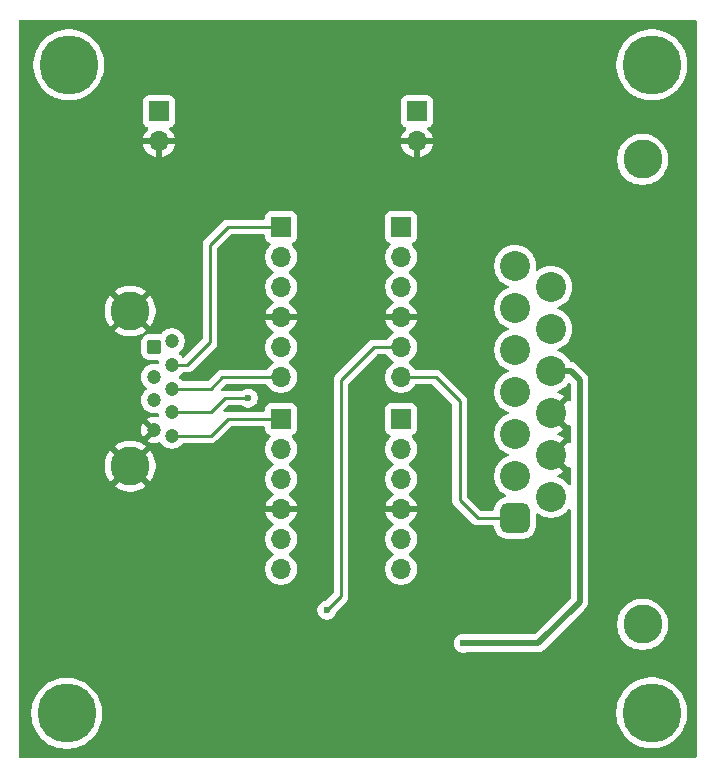
<source format=gbl>
G04 #@! TF.GenerationSoftware,KiCad,Pcbnew,9.0.5*
G04 #@! TF.CreationDate,2025-11-16T23:30:58+01:00*
G04 #@! TF.ProjectId,MiSTer_A8SIO,4d695354-6572-45f4-9138-53494f2e6b69,1.2*
G04 #@! TF.SameCoordinates,Original*
G04 #@! TF.FileFunction,Copper,L2,Bot*
G04 #@! TF.FilePolarity,Positive*
%FSLAX46Y46*%
G04 Gerber Fmt 4.6, Leading zero omitted, Abs format (unit mm)*
G04 Created by KiCad (PCBNEW 9.0.5) date 2025-11-16 23:30:58*
%MOMM*%
%LPD*%
G01*
G04 APERTURE LIST*
G04 Aperture macros list*
%AMRoundRect*
0 Rectangle with rounded corners*
0 $1 Rounding radius*
0 $2 $3 $4 $5 $6 $7 $8 $9 X,Y pos of 4 corners*
0 Add a 4 corners polygon primitive as box body*
4,1,4,$2,$3,$4,$5,$6,$7,$8,$9,$2,$3,0*
0 Add four circle primitives for the rounded corners*
1,1,$1+$1,$2,$3*
1,1,$1+$1,$4,$5*
1,1,$1+$1,$6,$7*
1,1,$1+$1,$8,$9*
0 Add four rect primitives between the rounded corners*
20,1,$1+$1,$2,$3,$4,$5,0*
20,1,$1+$1,$4,$5,$6,$7,0*
20,1,$1+$1,$6,$7,$8,$9,0*
20,1,$1+$1,$8,$9,$2,$3,0*%
G04 Aperture macros list end*
G04 #@! TA.AperFunction,ComponentPad*
%ADD10R,1.700000X1.700000*%
G04 #@! TD*
G04 #@! TA.AperFunction,ComponentPad*
%ADD11O,1.700000X1.700000*%
G04 #@! TD*
G04 #@! TA.AperFunction,ComponentPad*
%ADD12C,3.302000*%
G04 #@! TD*
G04 #@! TA.AperFunction,ComponentPad*
%ADD13RoundRect,0.635000X-0.635000X0.635000X-0.635000X-0.635000X0.635000X-0.635000X0.635000X0.635000X0*%
G04 #@! TD*
G04 #@! TA.AperFunction,ComponentPad*
%ADD14C,2.540000*%
G04 #@! TD*
G04 #@! TA.AperFunction,ComponentPad*
%ADD15RoundRect,0.250000X-0.350000X0.350000X-0.350000X-0.350000X0.350000X-0.350000X0.350000X0.350000X0*%
G04 #@! TD*
G04 #@! TA.AperFunction,ComponentPad*
%ADD16C,1.200000*%
G04 #@! TD*
G04 #@! TA.AperFunction,ComponentPad*
%ADD17C,3.300000*%
G04 #@! TD*
G04 #@! TA.AperFunction,ViaPad*
%ADD18C,0.600000*%
G04 #@! TD*
G04 #@! TA.AperFunction,ViaPad*
%ADD19C,5.000000*%
G04 #@! TD*
G04 #@! TA.AperFunction,Conductor*
%ADD20C,0.250000*%
G04 #@! TD*
G04 #@! TA.AperFunction,Conductor*
%ADD21C,0.500000*%
G04 #@! TD*
G04 APERTURE END LIST*
D10*
X162433000Y-63754000D03*
D11*
X162433000Y-66294000D03*
X162433000Y-68834000D03*
X162433000Y-71374000D03*
X162433000Y-73914000D03*
X162433000Y-76454000D03*
D10*
X152273000Y-63754000D03*
D11*
X152273000Y-66294000D03*
X152273000Y-68834000D03*
X152273000Y-71374000D03*
X152273000Y-73914000D03*
X152273000Y-76454000D03*
D10*
X162433000Y-80010000D03*
D11*
X162433000Y-82550000D03*
X162433000Y-85090000D03*
X162433000Y-87630000D03*
X162433000Y-90170000D03*
X162433000Y-92710000D03*
D12*
X182880000Y-58039000D03*
X182880000Y-97409000D03*
D13*
X172085000Y-88392000D03*
D14*
X175133000Y-86614000D03*
X172085000Y-84836000D03*
X175133000Y-83058000D03*
X172085000Y-81280000D03*
X175133000Y-79502000D03*
X172085000Y-77724000D03*
X175133000Y-75946000D03*
X172085000Y-74168000D03*
X175133000Y-72390000D03*
X172085000Y-70612000D03*
X175133000Y-68834000D03*
X172085000Y-67056000D03*
D10*
X163779200Y-53975000D03*
D11*
X163779200Y-56515000D03*
D15*
X141502000Y-73938000D03*
D16*
X141502000Y-76438000D03*
X141502000Y-78438000D03*
X141502000Y-80938000D03*
X143002000Y-81438000D03*
X143002000Y-79438000D03*
X143002000Y-77438000D03*
X143002000Y-75438000D03*
X143002000Y-73438000D03*
D17*
X139502000Y-70868000D03*
X139502000Y-84008000D03*
D10*
X141935200Y-53975000D03*
D11*
X141935200Y-56515000D03*
D10*
X152273000Y-80010000D03*
D11*
X152273000Y-82550000D03*
X152273000Y-85090000D03*
X152273000Y-87630000D03*
X152273000Y-90170000D03*
X152273000Y-92710000D03*
D18*
X149500000Y-78250000D03*
D19*
X134112000Y-104947806D03*
X183642000Y-104902000D03*
X134289800Y-50038000D03*
X183667400Y-50038000D03*
D18*
X139700000Y-66040000D03*
X172720000Y-62738000D03*
X172720000Y-107950000D03*
X162560000Y-107950000D03*
X151130000Y-107950000D03*
X139700000Y-107950000D03*
X154559000Y-88265000D03*
X130810000Y-55880000D03*
X151003000Y-46990000D03*
X185420000Y-66040000D03*
X185420000Y-81280000D03*
X185420000Y-88900000D03*
X130810000Y-73660000D03*
X168783000Y-70358000D03*
X158876000Y-52554000D03*
X172720000Y-94742000D03*
X165608000Y-74422000D03*
X185420000Y-73660000D03*
X164973000Y-86233000D03*
X139700000Y-97790000D03*
X130810000Y-63500000D03*
X130810000Y-81280000D03*
X147192000Y-57126000D03*
X162560000Y-46990000D03*
X172720000Y-56515000D03*
X130810000Y-97790000D03*
X154686000Y-72644000D03*
X168656000Y-79502000D03*
X156718000Y-51943000D03*
X139700000Y-90170000D03*
X139700000Y-46990000D03*
X130810000Y-90170000D03*
X172720000Y-46990000D03*
X167681100Y-99014300D03*
X156146500Y-96202500D03*
D20*
X146250000Y-65250000D02*
X147746000Y-63754000D01*
X147746000Y-63754000D02*
X152273000Y-63754000D01*
X143002000Y-75438000D02*
X144312000Y-75438000D01*
X144312000Y-75438000D02*
X146250000Y-73500000D01*
X146250000Y-73500000D02*
X146250000Y-65250000D01*
X147740000Y-80010000D02*
X152273000Y-80010000D01*
X143002000Y-81438000D02*
X146312000Y-81438000D01*
X146312000Y-81438000D02*
X147740000Y-80010000D01*
X147296000Y-76454000D02*
X152273000Y-76454000D01*
X146312000Y-77438000D02*
X147296000Y-76454000D01*
X143002000Y-77438000D02*
X146312000Y-77438000D01*
X147500000Y-78250000D02*
X149500000Y-78250000D01*
X147000000Y-78750000D02*
X147500000Y-78250000D01*
X146312000Y-79438000D02*
X147000000Y-78750000D01*
X143002000Y-79438000D02*
X146312000Y-79438000D01*
D21*
X176022000Y-75946000D02*
X175133000Y-75946000D01*
X174031100Y-99014300D02*
X177467500Y-95577900D01*
X177546000Y-95499400D02*
X177546000Y-76708000D01*
X177467500Y-95577900D02*
X177546000Y-95499400D01*
X167681100Y-99014300D02*
X174031100Y-99014300D01*
X177546000Y-76708000D02*
X176784000Y-75946000D01*
X176784000Y-75946000D02*
X175133000Y-75946000D01*
D20*
X162433000Y-76454000D02*
X165354000Y-76454000D01*
X167386000Y-86868000D02*
X168910000Y-88392000D01*
X168910000Y-88392000D02*
X172085000Y-88392000D01*
X167386000Y-78486000D02*
X167386000Y-86868000D01*
X165354000Y-76454000D02*
X167386000Y-78486000D01*
X156146500Y-96202500D02*
X157353000Y-94996000D01*
X157353000Y-94996000D02*
X157353000Y-76708000D01*
X160147000Y-73914000D02*
X162433000Y-73914000D01*
X157353000Y-76708000D02*
X160147000Y-73914000D01*
G04 #@! TA.AperFunction,Conductor*
G36*
X176548880Y-84120327D02*
G01*
X176548882Y-84120327D01*
X176573125Y-84088735D01*
X176629553Y-84047533D01*
X176699299Y-84043378D01*
X176760219Y-84077591D01*
X176792971Y-84139308D01*
X176795500Y-84164222D01*
X176795500Y-85506954D01*
X176775815Y-85573993D01*
X176723011Y-85619748D01*
X176653853Y-85629692D01*
X176590297Y-85600667D01*
X176573124Y-85582440D01*
X176466990Y-85444124D01*
X176466984Y-85444117D01*
X176302882Y-85280015D01*
X176302875Y-85280009D01*
X176118745Y-85138721D01*
X176118743Y-85138720D01*
X175917762Y-85022685D01*
X175917745Y-85022676D01*
X175742988Y-84950290D01*
X175688585Y-84906449D01*
X175666520Y-84840155D01*
X175683799Y-84772455D01*
X175734937Y-84724845D01*
X175742989Y-84721168D01*
X175917522Y-84648875D01*
X175917538Y-84648867D01*
X176118475Y-84532855D01*
X176195327Y-84473883D01*
X176195327Y-84473880D01*
X175466209Y-83744762D01*
X175493942Y-83733276D01*
X175618747Y-83649884D01*
X175724884Y-83543747D01*
X175808276Y-83418942D01*
X175819762Y-83391209D01*
X176548880Y-84120327D01*
G37*
G04 #@! TD.AperFunction*
G04 #@! TA.AperFunction,Conductor*
G36*
X176548880Y-80564327D02*
G01*
X176548882Y-80564327D01*
X176573125Y-80532735D01*
X176629553Y-80491533D01*
X176699299Y-80487378D01*
X176760219Y-80521591D01*
X176792971Y-80583308D01*
X176795500Y-80608222D01*
X176795500Y-81951777D01*
X176775815Y-82018816D01*
X176723011Y-82064571D01*
X176653853Y-82074515D01*
X176590297Y-82045490D01*
X176573125Y-82027264D01*
X176548882Y-81995671D01*
X176548881Y-81995671D01*
X175819762Y-82724789D01*
X175808276Y-82697058D01*
X175724884Y-82572253D01*
X175618747Y-82466116D01*
X175493942Y-82382724D01*
X175466207Y-82371236D01*
X176195327Y-81642117D01*
X176118469Y-81583142D01*
X176118461Y-81583136D01*
X175917538Y-81467132D01*
X175917522Y-81467124D01*
X175742336Y-81394561D01*
X175687932Y-81350720D01*
X175665867Y-81284426D01*
X175683146Y-81216727D01*
X175734283Y-81169116D01*
X175742336Y-81165439D01*
X175917522Y-81092875D01*
X175917538Y-81092867D01*
X176118475Y-80976855D01*
X176195327Y-80917883D01*
X176195327Y-80917880D01*
X175466209Y-80188762D01*
X175493942Y-80177276D01*
X175618747Y-80093884D01*
X175724884Y-79987747D01*
X175808276Y-79862942D01*
X175819762Y-79835209D01*
X176548880Y-80564327D01*
G37*
G04 #@! TD.AperFunction*
G04 #@! TA.AperFunction,Conductor*
G36*
X176751719Y-76975087D02*
G01*
X176759181Y-76982549D01*
X176792666Y-77043872D01*
X176795500Y-77070230D01*
X176795500Y-78395777D01*
X176775815Y-78462816D01*
X176723011Y-78508571D01*
X176653853Y-78518515D01*
X176590297Y-78489490D01*
X176573125Y-78471264D01*
X176548882Y-78439671D01*
X176548881Y-78439671D01*
X175819762Y-79168789D01*
X175808276Y-79141058D01*
X175724884Y-79016253D01*
X175618747Y-78910116D01*
X175493942Y-78826724D01*
X175466207Y-78815236D01*
X176195327Y-78086117D01*
X176118469Y-78027142D01*
X176118461Y-78027136D01*
X175917538Y-77911132D01*
X175917527Y-77911127D01*
X175742988Y-77838831D01*
X175688585Y-77794990D01*
X175666520Y-77728696D01*
X175683799Y-77660997D01*
X175734936Y-77613386D01*
X175742974Y-77609715D01*
X175917752Y-77537320D01*
X176110230Y-77426194D01*
X176118743Y-77421279D01*
X176118745Y-77421278D01*
X176156449Y-77392347D01*
X176302877Y-77279989D01*
X176466989Y-77115877D01*
X176565664Y-76987280D01*
X176622089Y-76946079D01*
X176691835Y-76941924D01*
X176751719Y-76975087D01*
G37*
G04 #@! TD.AperFunction*
G04 #@! TA.AperFunction,Conductor*
G36*
X150865540Y-64399185D02*
G01*
X150911295Y-64451989D01*
X150922501Y-64503500D01*
X150922501Y-64651876D01*
X150928908Y-64711483D01*
X150979202Y-64846328D01*
X150979206Y-64846335D01*
X151065452Y-64961544D01*
X151065455Y-64961547D01*
X151180664Y-65047793D01*
X151180671Y-65047797D01*
X151312082Y-65096810D01*
X151368016Y-65138681D01*
X151392433Y-65204145D01*
X151377582Y-65272418D01*
X151356431Y-65300673D01*
X151242889Y-65414215D01*
X151117951Y-65586179D01*
X151021444Y-65775585D01*
X150955753Y-65977760D01*
X150922500Y-66187713D01*
X150922500Y-66400286D01*
X150955753Y-66610239D01*
X151021444Y-66812414D01*
X151117951Y-67001820D01*
X151242890Y-67173786D01*
X151393213Y-67324109D01*
X151565182Y-67449050D01*
X151573946Y-67453516D01*
X151624742Y-67501491D01*
X151641536Y-67569312D01*
X151618998Y-67635447D01*
X151573946Y-67674484D01*
X151565182Y-67678949D01*
X151393213Y-67803890D01*
X151242890Y-67954213D01*
X151117951Y-68126179D01*
X151021444Y-68315585D01*
X150955753Y-68517760D01*
X150935234Y-68647314D01*
X150922500Y-68727713D01*
X150922500Y-68940287D01*
X150924046Y-68950045D01*
X150953612Y-69136724D01*
X150955754Y-69150243D01*
X150988200Y-69250102D01*
X151021444Y-69352414D01*
X151117951Y-69541820D01*
X151242890Y-69713786D01*
X151393213Y-69864109D01*
X151565179Y-69989048D01*
X151565181Y-69989049D01*
X151565184Y-69989051D01*
X151574493Y-69993794D01*
X151625290Y-70041766D01*
X151642087Y-70109587D01*
X151619552Y-70175722D01*
X151574502Y-70214762D01*
X151565443Y-70219378D01*
X151393540Y-70344272D01*
X151393535Y-70344276D01*
X151243276Y-70494535D01*
X151243272Y-70494540D01*
X151118379Y-70666442D01*
X151021904Y-70855782D01*
X150956242Y-71057870D01*
X150956242Y-71057873D01*
X150945769Y-71124000D01*
X151839988Y-71124000D01*
X151807075Y-71181007D01*
X151773000Y-71308174D01*
X151773000Y-71439826D01*
X151807075Y-71566993D01*
X151839988Y-71624000D01*
X150945769Y-71624000D01*
X150956242Y-71690126D01*
X150956242Y-71690129D01*
X151021904Y-71892217D01*
X151118379Y-72081557D01*
X151243272Y-72253459D01*
X151243276Y-72253464D01*
X151393535Y-72403723D01*
X151393540Y-72403727D01*
X151565444Y-72528622D01*
X151574495Y-72533234D01*
X151625292Y-72581208D01*
X151642087Y-72649029D01*
X151619550Y-72715164D01*
X151574499Y-72754202D01*
X151565182Y-72758949D01*
X151393213Y-72883890D01*
X151242890Y-73034213D01*
X151117951Y-73206179D01*
X151021444Y-73395585D01*
X150955753Y-73597760D01*
X150927283Y-73777512D01*
X150922500Y-73807713D01*
X150922500Y-74020287D01*
X150927516Y-74051955D01*
X150951881Y-74205794D01*
X150955754Y-74230243D01*
X150996186Y-74354680D01*
X151021444Y-74432414D01*
X151117951Y-74621820D01*
X151242890Y-74793786D01*
X151393213Y-74944109D01*
X151565182Y-75069050D01*
X151573946Y-75073516D01*
X151624742Y-75121491D01*
X151641536Y-75189312D01*
X151618998Y-75255447D01*
X151573946Y-75294484D01*
X151565182Y-75298949D01*
X151393213Y-75423890D01*
X151242890Y-75574213D01*
X151117950Y-75746180D01*
X151110503Y-75760797D01*
X151062527Y-75811592D01*
X151000019Y-75828500D01*
X147234389Y-75828500D01*
X147177644Y-75839787D01*
X147177637Y-75839788D01*
X147173971Y-75840518D01*
X147113548Y-75852537D01*
X147094457Y-75860445D01*
X147086665Y-75863672D01*
X147086659Y-75863674D01*
X146999710Y-75899689D01*
X146999708Y-75899690D01*
X146897272Y-75968138D01*
X146897264Y-75968144D01*
X146810139Y-76055270D01*
X146089229Y-76776181D01*
X146027906Y-76809666D01*
X146001548Y-76812500D01*
X143971022Y-76812500D01*
X143903983Y-76792815D01*
X143870705Y-76761387D01*
X143841414Y-76721072D01*
X143718930Y-76598588D01*
X143718928Y-76598586D01*
X143635975Y-76538317D01*
X143593311Y-76482988D01*
X143587332Y-76413374D01*
X143619938Y-76351579D01*
X143635976Y-76337682D01*
X143637621Y-76336487D01*
X143718928Y-76277414D01*
X143841414Y-76154928D01*
X143870705Y-76114613D01*
X143926035Y-76071948D01*
X143971022Y-76063500D01*
X144373607Y-76063500D01*
X144434029Y-76051481D01*
X144494452Y-76039463D01*
X144527792Y-76025652D01*
X144608286Y-75992312D01*
X144660384Y-75957500D01*
X144710733Y-75923858D01*
X144797858Y-75836733D01*
X144797859Y-75836731D01*
X144804925Y-75829665D01*
X144804928Y-75829661D01*
X146648729Y-73985860D01*
X146648733Y-73985858D01*
X146735858Y-73898733D01*
X146804311Y-73796286D01*
X146804312Y-73796285D01*
X146849959Y-73686082D01*
X146851463Y-73682452D01*
X146875500Y-73561606D01*
X146875500Y-65560452D01*
X146895185Y-65493413D01*
X146911819Y-65472771D01*
X147968772Y-64415819D01*
X148030095Y-64382334D01*
X148056453Y-64379500D01*
X150798501Y-64379500D01*
X150865540Y-64399185D01*
G37*
G04 #@! TD.AperFunction*
G04 #@! TA.AperFunction,Conductor*
G36*
X187402539Y-46240185D02*
G01*
X187448294Y-46292989D01*
X187459500Y-46344500D01*
X187459500Y-108595500D01*
X187439815Y-108662539D01*
X187387011Y-108708294D01*
X187335500Y-108719500D01*
X130164500Y-108719500D01*
X130097461Y-108699815D01*
X130051706Y-108647011D01*
X130040500Y-108595500D01*
X130040500Y-104779297D01*
X131111500Y-104779297D01*
X131111500Y-105116314D01*
X131149231Y-105451187D01*
X131149233Y-105451203D01*
X131224223Y-105779759D01*
X131224227Y-105779771D01*
X131335532Y-106097860D01*
X131481752Y-106401489D01*
X131481754Y-106401492D01*
X131661054Y-106686845D01*
X131871175Y-106950329D01*
X132109477Y-107188631D01*
X132372961Y-107398752D01*
X132658314Y-107578052D01*
X132961949Y-107724275D01*
X133149129Y-107789772D01*
X133280034Y-107835578D01*
X133280046Y-107835582D01*
X133608606Y-107910573D01*
X133943492Y-107948305D01*
X133943493Y-107948306D01*
X133943496Y-107948306D01*
X134280507Y-107948306D01*
X134280507Y-107948305D01*
X134615394Y-107910573D01*
X134943954Y-107835582D01*
X135262051Y-107724275D01*
X135565686Y-107578052D01*
X135851039Y-107398752D01*
X136114523Y-107188631D01*
X136352825Y-106950329D01*
X136562946Y-106686845D01*
X136742246Y-106401492D01*
X136888469Y-106097857D01*
X136999776Y-105779760D01*
X137074767Y-105451200D01*
X137112500Y-105116310D01*
X137112500Y-104779302D01*
X137112499Y-104779297D01*
X137112499Y-104779293D01*
X137108512Y-104743899D01*
X137107339Y-104733491D01*
X180641500Y-104733491D01*
X180641500Y-105070508D01*
X180679231Y-105405381D01*
X180679233Y-105405397D01*
X180754223Y-105733953D01*
X180754227Y-105733965D01*
X180865532Y-106052054D01*
X181011752Y-106355683D01*
X181011754Y-106355686D01*
X181191054Y-106641039D01*
X181401175Y-106904523D01*
X181639477Y-107142825D01*
X181902961Y-107352946D01*
X182188314Y-107532246D01*
X182491949Y-107678469D01*
X182730848Y-107762063D01*
X182810034Y-107789772D01*
X182810046Y-107789776D01*
X183138606Y-107864767D01*
X183473492Y-107902499D01*
X183473493Y-107902500D01*
X183473496Y-107902500D01*
X183810507Y-107902500D01*
X183810507Y-107902499D01*
X184145394Y-107864767D01*
X184473954Y-107789776D01*
X184792051Y-107678469D01*
X185095686Y-107532246D01*
X185381039Y-107352946D01*
X185644523Y-107142825D01*
X185882825Y-106904523D01*
X186092946Y-106641039D01*
X186272246Y-106355686D01*
X186418469Y-106052051D01*
X186529776Y-105733954D01*
X186604767Y-105405394D01*
X186642500Y-105070504D01*
X186642500Y-104733496D01*
X186604767Y-104398606D01*
X186529776Y-104070046D01*
X186418469Y-103751949D01*
X186272246Y-103448314D01*
X186092946Y-103162961D01*
X185882825Y-102899477D01*
X185644523Y-102661175D01*
X185381039Y-102451054D01*
X185183953Y-102327216D01*
X185095683Y-102271752D01*
X184792054Y-102125532D01*
X184473965Y-102014227D01*
X184473953Y-102014223D01*
X184145397Y-101939233D01*
X184145381Y-101939231D01*
X183810508Y-101901500D01*
X183810504Y-101901500D01*
X183473496Y-101901500D01*
X183473491Y-101901500D01*
X183138618Y-101939231D01*
X183138602Y-101939233D01*
X182810046Y-102014223D01*
X182810034Y-102014227D01*
X182491945Y-102125532D01*
X182188316Y-102271752D01*
X181902962Y-102451053D01*
X181639477Y-102661174D01*
X181401174Y-102899477D01*
X181191053Y-103162962D01*
X181011752Y-103448316D01*
X180865532Y-103751945D01*
X180754227Y-104070034D01*
X180754223Y-104070046D01*
X180679233Y-104398602D01*
X180679231Y-104398618D01*
X180641500Y-104733491D01*
X137107339Y-104733491D01*
X137074768Y-104444424D01*
X137074767Y-104444412D01*
X136999776Y-104115852D01*
X136888469Y-103797755D01*
X136742246Y-103494120D01*
X136562946Y-103208767D01*
X136352825Y-102945283D01*
X136114523Y-102706981D01*
X135851039Y-102496860D01*
X135565686Y-102317560D01*
X135565683Y-102317558D01*
X135262054Y-102171338D01*
X134943965Y-102060033D01*
X134943953Y-102060029D01*
X134615397Y-101985039D01*
X134615381Y-101985037D01*
X134280508Y-101947306D01*
X134280504Y-101947306D01*
X133943496Y-101947306D01*
X133943491Y-101947306D01*
X133608618Y-101985037D01*
X133608602Y-101985039D01*
X133280046Y-102060029D01*
X133280034Y-102060033D01*
X132961945Y-102171338D01*
X132658316Y-102317558D01*
X132372962Y-102496859D01*
X132109477Y-102706980D01*
X131871174Y-102945283D01*
X131661053Y-103208768D01*
X131481752Y-103494122D01*
X131335532Y-103797751D01*
X131224227Y-104115840D01*
X131224223Y-104115852D01*
X131149233Y-104444408D01*
X131149231Y-104444424D01*
X131111500Y-104779297D01*
X130040500Y-104779297D01*
X130040500Y-96123653D01*
X155346000Y-96123653D01*
X155346000Y-96281346D01*
X155376761Y-96435989D01*
X155376764Y-96436001D01*
X155437102Y-96581672D01*
X155437109Y-96581685D01*
X155524710Y-96712788D01*
X155524713Y-96712792D01*
X155636207Y-96824286D01*
X155636211Y-96824289D01*
X155767314Y-96911890D01*
X155767327Y-96911897D01*
X155912998Y-96972235D01*
X155913003Y-96972237D01*
X156067653Y-97002999D01*
X156067656Y-97003000D01*
X156067658Y-97003000D01*
X156225344Y-97003000D01*
X156225345Y-97002999D01*
X156379997Y-96972237D01*
X156525679Y-96911894D01*
X156656789Y-96824289D01*
X156768289Y-96712789D01*
X156855894Y-96581679D01*
X156916237Y-96435997D01*
X156938358Y-96324782D01*
X156970740Y-96262875D01*
X156972232Y-96261356D01*
X157838858Y-95394733D01*
X157907312Y-95292285D01*
X157954463Y-95178451D01*
X157978501Y-95057606D01*
X157978501Y-94934393D01*
X157978501Y-94929283D01*
X157978500Y-94929257D01*
X157978500Y-79112135D01*
X161082500Y-79112135D01*
X161082500Y-80907870D01*
X161082501Y-80907876D01*
X161088908Y-80967483D01*
X161139202Y-81102328D01*
X161139206Y-81102335D01*
X161225452Y-81217544D01*
X161225455Y-81217547D01*
X161340664Y-81303793D01*
X161340671Y-81303797D01*
X161472082Y-81352810D01*
X161528016Y-81394681D01*
X161552433Y-81460145D01*
X161537582Y-81528418D01*
X161516431Y-81556673D01*
X161402889Y-81670215D01*
X161277951Y-81842179D01*
X161181444Y-82031585D01*
X161115753Y-82233760D01*
X161082500Y-82443713D01*
X161082500Y-82656286D01*
X161110921Y-82835733D01*
X161115754Y-82866243D01*
X161178060Y-83058001D01*
X161181444Y-83068414D01*
X161277951Y-83257820D01*
X161402890Y-83429786D01*
X161553213Y-83580109D01*
X161725182Y-83705050D01*
X161733946Y-83709516D01*
X161784742Y-83757491D01*
X161801536Y-83825312D01*
X161778998Y-83891447D01*
X161733946Y-83930484D01*
X161725182Y-83934949D01*
X161553213Y-84059890D01*
X161402890Y-84210213D01*
X161277951Y-84382179D01*
X161181444Y-84571585D01*
X161115753Y-84773760D01*
X161088376Y-84946613D01*
X161082500Y-84983713D01*
X161082500Y-85196287D01*
X161115754Y-85406243D01*
X161178926Y-85600667D01*
X161181444Y-85608414D01*
X161277951Y-85797820D01*
X161402890Y-85969786D01*
X161553213Y-86120109D01*
X161725179Y-86245048D01*
X161725181Y-86245049D01*
X161725184Y-86245051D01*
X161734493Y-86249794D01*
X161785290Y-86297766D01*
X161802087Y-86365587D01*
X161779552Y-86431722D01*
X161734502Y-86470762D01*
X161725443Y-86475378D01*
X161553540Y-86600272D01*
X161553535Y-86600276D01*
X161403276Y-86750535D01*
X161403272Y-86750540D01*
X161278379Y-86922442D01*
X161181904Y-87111782D01*
X161116242Y-87313870D01*
X161116242Y-87313873D01*
X161105769Y-87380000D01*
X161999988Y-87380000D01*
X161967075Y-87437007D01*
X161933000Y-87564174D01*
X161933000Y-87695826D01*
X161967075Y-87822993D01*
X161999988Y-87880000D01*
X161105769Y-87880000D01*
X161116242Y-87946126D01*
X161116242Y-87946129D01*
X161181904Y-88148217D01*
X161278379Y-88337557D01*
X161403272Y-88509459D01*
X161403276Y-88509464D01*
X161553535Y-88659723D01*
X161553540Y-88659727D01*
X161725444Y-88784622D01*
X161734495Y-88789234D01*
X161785292Y-88837208D01*
X161802087Y-88905029D01*
X161779550Y-88971164D01*
X161734499Y-89010202D01*
X161725182Y-89014949D01*
X161553213Y-89139890D01*
X161402890Y-89290213D01*
X161277951Y-89462179D01*
X161181444Y-89651585D01*
X161115753Y-89853760D01*
X161082500Y-90063713D01*
X161082500Y-90276286D01*
X161115753Y-90486239D01*
X161181444Y-90688414D01*
X161277951Y-90877820D01*
X161402890Y-91049786D01*
X161553213Y-91200109D01*
X161725182Y-91325050D01*
X161733946Y-91329516D01*
X161784742Y-91377491D01*
X161801536Y-91445312D01*
X161778998Y-91511447D01*
X161733946Y-91550484D01*
X161725182Y-91554949D01*
X161553213Y-91679890D01*
X161402890Y-91830213D01*
X161277951Y-92002179D01*
X161181444Y-92191585D01*
X161115753Y-92393760D01*
X161082500Y-92603713D01*
X161082500Y-92816286D01*
X161115753Y-93026239D01*
X161181444Y-93228414D01*
X161277951Y-93417820D01*
X161402890Y-93589786D01*
X161553213Y-93740109D01*
X161725179Y-93865048D01*
X161725181Y-93865049D01*
X161725184Y-93865051D01*
X161914588Y-93961557D01*
X162116757Y-94027246D01*
X162326713Y-94060500D01*
X162326714Y-94060500D01*
X162539286Y-94060500D01*
X162539287Y-94060500D01*
X162749243Y-94027246D01*
X162951412Y-93961557D01*
X163140816Y-93865051D01*
X163162789Y-93849086D01*
X163312786Y-93740109D01*
X163312788Y-93740106D01*
X163312792Y-93740104D01*
X163463104Y-93589792D01*
X163463106Y-93589788D01*
X163463109Y-93589786D01*
X163588048Y-93417820D01*
X163588047Y-93417820D01*
X163588051Y-93417816D01*
X163684557Y-93228412D01*
X163750246Y-93026243D01*
X163783500Y-92816287D01*
X163783500Y-92603713D01*
X163750246Y-92393757D01*
X163684557Y-92191588D01*
X163588051Y-92002184D01*
X163588049Y-92002181D01*
X163588048Y-92002179D01*
X163463109Y-91830213D01*
X163312786Y-91679890D01*
X163140820Y-91554951D01*
X163140115Y-91554591D01*
X163132054Y-91550485D01*
X163081259Y-91502512D01*
X163064463Y-91434692D01*
X163086999Y-91368556D01*
X163132054Y-91329515D01*
X163140816Y-91325051D01*
X163162789Y-91309086D01*
X163312786Y-91200109D01*
X163312788Y-91200106D01*
X163312792Y-91200104D01*
X163463104Y-91049792D01*
X163463106Y-91049788D01*
X163463109Y-91049786D01*
X163588048Y-90877820D01*
X163588047Y-90877820D01*
X163588051Y-90877816D01*
X163684557Y-90688412D01*
X163750246Y-90486243D01*
X163783500Y-90276287D01*
X163783500Y-90063713D01*
X163750246Y-89853757D01*
X163684557Y-89651588D01*
X163588051Y-89462184D01*
X163588049Y-89462181D01*
X163588048Y-89462179D01*
X163463109Y-89290213D01*
X163312786Y-89139890D01*
X163140817Y-89014949D01*
X163131504Y-89010204D01*
X163080707Y-88962230D01*
X163063912Y-88894409D01*
X163086449Y-88828274D01*
X163131507Y-88789232D01*
X163140558Y-88784620D01*
X163312459Y-88659727D01*
X163312464Y-88659723D01*
X163462723Y-88509464D01*
X163462727Y-88509459D01*
X163587620Y-88337557D01*
X163684095Y-88148217D01*
X163749757Y-87946129D01*
X163749757Y-87946126D01*
X163760231Y-87880000D01*
X162866012Y-87880000D01*
X162898925Y-87822993D01*
X162933000Y-87695826D01*
X162933000Y-87564174D01*
X162898925Y-87437007D01*
X162866012Y-87380000D01*
X163760231Y-87380000D01*
X163749757Y-87313873D01*
X163749757Y-87313870D01*
X163684095Y-87111782D01*
X163587620Y-86922442D01*
X163462727Y-86750540D01*
X163462723Y-86750535D01*
X163312464Y-86600276D01*
X163312459Y-86600272D01*
X163140555Y-86475377D01*
X163131500Y-86470763D01*
X163080706Y-86422788D01*
X163063912Y-86354966D01*
X163086451Y-86288832D01*
X163131508Y-86249793D01*
X163140816Y-86245051D01*
X163220007Y-86187515D01*
X163312786Y-86120109D01*
X163312788Y-86120106D01*
X163312792Y-86120104D01*
X163463104Y-85969792D01*
X163463106Y-85969788D01*
X163463109Y-85969786D01*
X163588048Y-85797820D01*
X163588047Y-85797820D01*
X163588051Y-85797816D01*
X163684557Y-85608412D01*
X163750246Y-85406243D01*
X163783500Y-85196287D01*
X163783500Y-84983713D01*
X163750246Y-84773757D01*
X163684557Y-84571588D01*
X163588051Y-84382184D01*
X163588049Y-84382181D01*
X163588048Y-84382179D01*
X163463109Y-84210213D01*
X163312786Y-84059890D01*
X163140820Y-83934951D01*
X163140115Y-83934591D01*
X163132054Y-83930485D01*
X163081259Y-83882512D01*
X163064463Y-83814692D01*
X163086999Y-83748556D01*
X163132054Y-83709515D01*
X163140816Y-83705051D01*
X163194396Y-83666123D01*
X163312786Y-83580109D01*
X163312788Y-83580106D01*
X163312792Y-83580104D01*
X163463104Y-83429792D01*
X163463106Y-83429788D01*
X163463109Y-83429786D01*
X163588048Y-83257820D01*
X163588047Y-83257820D01*
X163588051Y-83257816D01*
X163684557Y-83068412D01*
X163750246Y-82866243D01*
X163783500Y-82656287D01*
X163783500Y-82443713D01*
X163750246Y-82233757D01*
X163684557Y-82031588D01*
X163588051Y-81842184D01*
X163588049Y-81842181D01*
X163588048Y-81842179D01*
X163463109Y-81670213D01*
X163349569Y-81556673D01*
X163316084Y-81495350D01*
X163321068Y-81425658D01*
X163362940Y-81369725D01*
X163393915Y-81352810D01*
X163525331Y-81303796D01*
X163640546Y-81217546D01*
X163726796Y-81102331D01*
X163777091Y-80967483D01*
X163783500Y-80907873D01*
X163783499Y-79112128D01*
X163777091Y-79052517D01*
X163776338Y-79050499D01*
X163726797Y-78917671D01*
X163726793Y-78917664D01*
X163640547Y-78802455D01*
X163640544Y-78802452D01*
X163525335Y-78716206D01*
X163525328Y-78716202D01*
X163390482Y-78665908D01*
X163390483Y-78665908D01*
X163330883Y-78659501D01*
X163330881Y-78659500D01*
X163330873Y-78659500D01*
X163330864Y-78659500D01*
X161535129Y-78659500D01*
X161535123Y-78659501D01*
X161475516Y-78665908D01*
X161340671Y-78716202D01*
X161340664Y-78716206D01*
X161225455Y-78802452D01*
X161225452Y-78802455D01*
X161139206Y-78917664D01*
X161139202Y-78917671D01*
X161088908Y-79052517D01*
X161082612Y-79111082D01*
X161082501Y-79112123D01*
X161082500Y-79112135D01*
X157978500Y-79112135D01*
X157978500Y-77018452D01*
X157998185Y-76951413D01*
X158014819Y-76930771D01*
X160369772Y-74575819D01*
X160431095Y-74542334D01*
X160457453Y-74539500D01*
X161160019Y-74539500D01*
X161227058Y-74559185D01*
X161270503Y-74607203D01*
X161277950Y-74621819D01*
X161402890Y-74793786D01*
X161553213Y-74944109D01*
X161725182Y-75069050D01*
X161733946Y-75073516D01*
X161784742Y-75121491D01*
X161801536Y-75189312D01*
X161778998Y-75255447D01*
X161733946Y-75294484D01*
X161725182Y-75298949D01*
X161553213Y-75423890D01*
X161402890Y-75574213D01*
X161277951Y-75746179D01*
X161181444Y-75935585D01*
X161115753Y-76137760D01*
X161082500Y-76347713D01*
X161082500Y-76560286D01*
X161110687Y-76738256D01*
X161115754Y-76770243D01*
X161170669Y-76939254D01*
X161181444Y-76972414D01*
X161277951Y-77161820D01*
X161402890Y-77333786D01*
X161553213Y-77484109D01*
X161725179Y-77609048D01*
X161725181Y-77609049D01*
X161725184Y-77609051D01*
X161914588Y-77705557D01*
X162116757Y-77771246D01*
X162326713Y-77804500D01*
X162326714Y-77804500D01*
X162539286Y-77804500D01*
X162539287Y-77804500D01*
X162749243Y-77771246D01*
X162951412Y-77705557D01*
X163140816Y-77609051D01*
X163235019Y-77540609D01*
X163312786Y-77484109D01*
X163312788Y-77484106D01*
X163312792Y-77484104D01*
X163463104Y-77333792D01*
X163463106Y-77333788D01*
X163463109Y-77333786D01*
X163588049Y-77161819D01*
X163591560Y-77154930D01*
X163595497Y-77147203D01*
X163643473Y-77096408D01*
X163705981Y-77079500D01*
X165043548Y-77079500D01*
X165110587Y-77099185D01*
X165131229Y-77115819D01*
X166724181Y-78708771D01*
X166757666Y-78770094D01*
X166760500Y-78796452D01*
X166760500Y-86929611D01*
X166784535Y-87050444D01*
X166784540Y-87050461D01*
X166831685Y-87164280D01*
X166831692Y-87164292D01*
X166858081Y-87203787D01*
X166858086Y-87203793D01*
X166862459Y-87210337D01*
X166900142Y-87266733D01*
X166987267Y-87353858D01*
X166987269Y-87353859D01*
X166997396Y-87363986D01*
X168511262Y-88877854D01*
X168511265Y-88877857D01*
X168572007Y-88918443D01*
X168613714Y-88946311D01*
X168727548Y-88993463D01*
X168811703Y-89010202D01*
X168848388Y-89017499D01*
X168848392Y-89017500D01*
X168848393Y-89017500D01*
X168848394Y-89017500D01*
X170191936Y-89017500D01*
X170258975Y-89037185D01*
X170304730Y-89089989D01*
X170315716Y-89134122D01*
X170317402Y-89162419D01*
X170317402Y-89162423D01*
X170317403Y-89162424D01*
X170363495Y-89374309D01*
X170363500Y-89374325D01*
X170448857Y-89573653D01*
X170448860Y-89573658D01*
X170448862Y-89573663D01*
X170448865Y-89573668D01*
X170448866Y-89573669D01*
X170570412Y-89753252D01*
X170723747Y-89906587D01*
X170723750Y-89906589D01*
X170903337Y-90028138D01*
X170903344Y-90028141D01*
X170903346Y-90028142D01*
X171102674Y-90113499D01*
X171102681Y-90113501D01*
X171102683Y-90113502D01*
X171102684Y-90113502D01*
X171102690Y-90113504D01*
X171188968Y-90132272D01*
X171314581Y-90159598D01*
X171363296Y-90162500D01*
X171363308Y-90162500D01*
X172806692Y-90162500D01*
X172806704Y-90162500D01*
X172855419Y-90159598D01*
X173020359Y-90123717D01*
X173067309Y-90113504D01*
X173067311Y-90113503D01*
X173067317Y-90113502D01*
X173067321Y-90113500D01*
X173067325Y-90113499D01*
X173187198Y-90062166D01*
X173266663Y-90028138D01*
X173446250Y-89906589D01*
X173599589Y-89753250D01*
X173721138Y-89573663D01*
X173806502Y-89374317D01*
X173852598Y-89162419D01*
X173855500Y-89113704D01*
X173855500Y-88116854D01*
X173875185Y-88049815D01*
X173927989Y-88004060D01*
X173997147Y-87994116D01*
X174054986Y-88018478D01*
X174147254Y-88089278D01*
X174147256Y-88089279D01*
X174348237Y-88205314D01*
X174348240Y-88205315D01*
X174348248Y-88205320D01*
X174562670Y-88294137D01*
X174786851Y-88354206D01*
X175016955Y-88384500D01*
X175016962Y-88384500D01*
X175249038Y-88384500D01*
X175249045Y-88384500D01*
X175479149Y-88354206D01*
X175703330Y-88294137D01*
X175917752Y-88205320D01*
X176070981Y-88116854D01*
X176118743Y-88089279D01*
X176118745Y-88089278D01*
X176118748Y-88089276D01*
X176302877Y-87947989D01*
X176466989Y-87783877D01*
X176573124Y-87645558D01*
X176629552Y-87604356D01*
X176699298Y-87600201D01*
X176760218Y-87634413D01*
X176792971Y-87696130D01*
X176795500Y-87721045D01*
X176795500Y-95137170D01*
X176775815Y-95204209D01*
X176759181Y-95224851D01*
X173756551Y-98227481D01*
X173695228Y-98260966D01*
X173668870Y-98263800D01*
X167985704Y-98263800D01*
X167938255Y-98254362D01*
X167914597Y-98244563D01*
X167914593Y-98244562D01*
X167914588Y-98244560D01*
X167759945Y-98213800D01*
X167759942Y-98213800D01*
X167602258Y-98213800D01*
X167602255Y-98213800D01*
X167447610Y-98244561D01*
X167447598Y-98244564D01*
X167301927Y-98304902D01*
X167301914Y-98304909D01*
X167170811Y-98392510D01*
X167170807Y-98392513D01*
X167059313Y-98504007D01*
X167059310Y-98504011D01*
X166971709Y-98635114D01*
X166971702Y-98635127D01*
X166911364Y-98780798D01*
X166911361Y-98780810D01*
X166880600Y-98935453D01*
X166880600Y-99093146D01*
X166911361Y-99247789D01*
X166911364Y-99247801D01*
X166971702Y-99393472D01*
X166971709Y-99393485D01*
X167059310Y-99524588D01*
X167059313Y-99524592D01*
X167170807Y-99636086D01*
X167170811Y-99636089D01*
X167301914Y-99723690D01*
X167301927Y-99723697D01*
X167401160Y-99764800D01*
X167447603Y-99784037D01*
X167602253Y-99814799D01*
X167602256Y-99814800D01*
X167602258Y-99814800D01*
X167759944Y-99814800D01*
X167759945Y-99814799D01*
X167836252Y-99799620D01*
X167914588Y-99784039D01*
X167914589Y-99784038D01*
X167914597Y-99784037D01*
X167938255Y-99774237D01*
X167985704Y-99764800D01*
X174105020Y-99764800D01*
X174202562Y-99745396D01*
X174250013Y-99735958D01*
X174386595Y-99679384D01*
X174451391Y-99636089D01*
X174451394Y-99636086D01*
X174451396Y-99636086D01*
X174480647Y-99616540D01*
X174509516Y-99597252D01*
X176838791Y-97267975D01*
X180728500Y-97267975D01*
X180728500Y-97550024D01*
X180765312Y-97829634D01*
X180838310Y-98102065D01*
X180946236Y-98362622D01*
X180946241Y-98362633D01*
X181087250Y-98606866D01*
X181087261Y-98606882D01*
X181258944Y-98830624D01*
X181258950Y-98830631D01*
X181458368Y-99030049D01*
X181458374Y-99030054D01*
X181682126Y-99201745D01*
X181682133Y-99201749D01*
X181926366Y-99342758D01*
X181926371Y-99342760D01*
X181926374Y-99342762D01*
X182186939Y-99450691D01*
X182459363Y-99523687D01*
X182738983Y-99560500D01*
X182738990Y-99560500D01*
X183021010Y-99560500D01*
X183021017Y-99560500D01*
X183300637Y-99523687D01*
X183573061Y-99450691D01*
X183833626Y-99342762D01*
X184077874Y-99201745D01*
X184301626Y-99030054D01*
X184501054Y-98830626D01*
X184672745Y-98606874D01*
X184813762Y-98362626D01*
X184921691Y-98102061D01*
X184994687Y-97829637D01*
X185031500Y-97550017D01*
X185031500Y-97267983D01*
X184994687Y-96988363D01*
X184921691Y-96715939D01*
X184920387Y-96712792D01*
X184813763Y-96455377D01*
X184813758Y-96455366D01*
X184672749Y-96211133D01*
X184672745Y-96211126D01*
X184501054Y-95987374D01*
X184501049Y-95987368D01*
X184301631Y-95787950D01*
X184301624Y-95787944D01*
X184077882Y-95616261D01*
X184077880Y-95616259D01*
X184077874Y-95616255D01*
X184077869Y-95616252D01*
X184077866Y-95616250D01*
X183833633Y-95475241D01*
X183833622Y-95475236D01*
X183573065Y-95367310D01*
X183300634Y-95294312D01*
X183021024Y-95257500D01*
X183021017Y-95257500D01*
X182738983Y-95257500D01*
X182738975Y-95257500D01*
X182459365Y-95294312D01*
X182186934Y-95367310D01*
X181926377Y-95475236D01*
X181926366Y-95475241D01*
X181682133Y-95616250D01*
X181682117Y-95616261D01*
X181458375Y-95787944D01*
X181458368Y-95787950D01*
X181258950Y-95987368D01*
X181258944Y-95987375D01*
X181087261Y-96211117D01*
X181087250Y-96211133D01*
X180946241Y-96455366D01*
X180946236Y-96455377D01*
X180838310Y-96715934D01*
X180765312Y-96988365D01*
X180728500Y-97267975D01*
X176838791Y-97267975D01*
X177935706Y-96171059D01*
X177935711Y-96171056D01*
X177945914Y-96160852D01*
X177945916Y-96160852D01*
X178128952Y-95977816D01*
X178184706Y-95894373D01*
X178211084Y-95854895D01*
X178267658Y-95718313D01*
X178295029Y-95580713D01*
X178296500Y-95573320D01*
X178296500Y-76634079D01*
X178289439Y-76598586D01*
X178280595Y-76554123D01*
X178267659Y-76489088D01*
X178234518Y-76409080D01*
X178211084Y-76352505D01*
X178170756Y-76292149D01*
X178170756Y-76292148D01*
X178128950Y-76229581D01*
X177262420Y-75363051D01*
X177244966Y-75351389D01*
X177166483Y-75298949D01*
X177139495Y-75280916D01*
X177139493Y-75280915D01*
X177139490Y-75280913D01*
X177002917Y-75224343D01*
X177002907Y-75224340D01*
X176857920Y-75195500D01*
X176857918Y-75195500D01*
X176815687Y-75195500D01*
X176748648Y-75175815D01*
X176708300Y-75133499D01*
X176608279Y-74960256D01*
X176608278Y-74960254D01*
X176466990Y-74776124D01*
X176466984Y-74776117D01*
X176302882Y-74612015D01*
X176302875Y-74612009D01*
X176118745Y-74470721D01*
X176118743Y-74470720D01*
X175917762Y-74354685D01*
X175917754Y-74354681D01*
X175917752Y-74354680D01*
X175743639Y-74282559D01*
X175689238Y-74238720D01*
X175667173Y-74172426D01*
X175684452Y-74104727D01*
X175735589Y-74057116D01*
X175743628Y-74053444D01*
X175917752Y-73981320D01*
X176110230Y-73870194D01*
X176118743Y-73865279D01*
X176118745Y-73865278D01*
X176125041Y-73860447D01*
X176302877Y-73723989D01*
X176466989Y-73559877D01*
X176608276Y-73375748D01*
X176724320Y-73174752D01*
X176813137Y-72960330D01*
X176873206Y-72736149D01*
X176903500Y-72506045D01*
X176903500Y-72273955D01*
X176873206Y-72043851D01*
X176813137Y-71819670D01*
X176724320Y-71605248D01*
X176719990Y-71597748D01*
X176608279Y-71404256D01*
X176608278Y-71404254D01*
X176466990Y-71220124D01*
X176466984Y-71220117D01*
X176302882Y-71056015D01*
X176302875Y-71056009D01*
X176118745Y-70914721D01*
X176118743Y-70914720D01*
X175917762Y-70798685D01*
X175917754Y-70798681D01*
X175917752Y-70798680D01*
X175743639Y-70726559D01*
X175689238Y-70682720D01*
X175667173Y-70616426D01*
X175684452Y-70548727D01*
X175735589Y-70501116D01*
X175743628Y-70497444D01*
X175917752Y-70425320D01*
X176110230Y-70314194D01*
X176118743Y-70309279D01*
X176118745Y-70309278D01*
X176156449Y-70280347D01*
X176302877Y-70167989D01*
X176466989Y-70003877D01*
X176608276Y-69819748D01*
X176724320Y-69618752D01*
X176813137Y-69404330D01*
X176873206Y-69180149D01*
X176903500Y-68950045D01*
X176903500Y-68717955D01*
X176873206Y-68487851D01*
X176813137Y-68263670D01*
X176724320Y-68049248D01*
X176719990Y-68041748D01*
X176608279Y-67848256D01*
X176608278Y-67848254D01*
X176466990Y-67664124D01*
X176466984Y-67664117D01*
X176302882Y-67500015D01*
X176302875Y-67500009D01*
X176118745Y-67358721D01*
X176118743Y-67358720D01*
X175917762Y-67242685D01*
X175917754Y-67242681D01*
X175917752Y-67242680D01*
X175703330Y-67153863D01*
X175703331Y-67153863D01*
X175703328Y-67153862D01*
X175561203Y-67115780D01*
X175479149Y-67093794D01*
X175450386Y-67090007D01*
X175249052Y-67063500D01*
X175249045Y-67063500D01*
X175016955Y-67063500D01*
X175016947Y-67063500D01*
X174786851Y-67093794D01*
X174562671Y-67153862D01*
X174348254Y-67242677D01*
X174348237Y-67242685D01*
X174147256Y-67358720D01*
X174147254Y-67358721D01*
X174032876Y-67446487D01*
X173967707Y-67471681D01*
X173899262Y-67457642D01*
X173849272Y-67408828D01*
X173833609Y-67340737D01*
X173834451Y-67331925D01*
X173855499Y-67172052D01*
X173855500Y-67172045D01*
X173855500Y-66939955D01*
X173825206Y-66709851D01*
X173765137Y-66485670D01*
X173676320Y-66271248D01*
X173628092Y-66187713D01*
X173560279Y-66070256D01*
X173560278Y-66070254D01*
X173418990Y-65886124D01*
X173418984Y-65886117D01*
X173254882Y-65722015D01*
X173254875Y-65722009D01*
X173070745Y-65580721D01*
X173070743Y-65580720D01*
X172869762Y-65464685D01*
X172869754Y-65464681D01*
X172869752Y-65464680D01*
X172869745Y-65464677D01*
X172655328Y-65375862D01*
X172513203Y-65337780D01*
X172431149Y-65315794D01*
X172402386Y-65312007D01*
X172201052Y-65285500D01*
X172201045Y-65285500D01*
X171968955Y-65285500D01*
X171968947Y-65285500D01*
X171738851Y-65315794D01*
X171514671Y-65375862D01*
X171300254Y-65464677D01*
X171300237Y-65464685D01*
X171099256Y-65580720D01*
X171099254Y-65580721D01*
X170915124Y-65722009D01*
X170915117Y-65722015D01*
X170751015Y-65886117D01*
X170751009Y-65886124D01*
X170609721Y-66070254D01*
X170609720Y-66070256D01*
X170493685Y-66271237D01*
X170493677Y-66271254D01*
X170404862Y-66485671D01*
X170344794Y-66709851D01*
X170314500Y-66939947D01*
X170314500Y-67172052D01*
X170344794Y-67402148D01*
X170404862Y-67626328D01*
X170493677Y-67840745D01*
X170493685Y-67840762D01*
X170609720Y-68041743D01*
X170609721Y-68041745D01*
X170751009Y-68225875D01*
X170751015Y-68225882D01*
X170915117Y-68389984D01*
X170915124Y-68389990D01*
X171099254Y-68531278D01*
X171099256Y-68531279D01*
X171300237Y-68647314D01*
X171300240Y-68647315D01*
X171300248Y-68647320D01*
X171470756Y-68717947D01*
X171474358Y-68719439D01*
X171528761Y-68763280D01*
X171550826Y-68829574D01*
X171533547Y-68897273D01*
X171482410Y-68944884D01*
X171474358Y-68948561D01*
X171300254Y-69020677D01*
X171300237Y-69020685D01*
X171099256Y-69136720D01*
X171099254Y-69136721D01*
X170915124Y-69278009D01*
X170915117Y-69278015D01*
X170751015Y-69442117D01*
X170751009Y-69442124D01*
X170609721Y-69626254D01*
X170609720Y-69626256D01*
X170493685Y-69827237D01*
X170493677Y-69827254D01*
X170404862Y-70041671D01*
X170344794Y-70265851D01*
X170314500Y-70495947D01*
X170314500Y-70728052D01*
X170344794Y-70958148D01*
X170404862Y-71182328D01*
X170493677Y-71396745D01*
X170493685Y-71396762D01*
X170609720Y-71597743D01*
X170609721Y-71597745D01*
X170751009Y-71781875D01*
X170751015Y-71781882D01*
X170915117Y-71945984D01*
X170915124Y-71945990D01*
X171099254Y-72087278D01*
X171099256Y-72087279D01*
X171300237Y-72203314D01*
X171300240Y-72203315D01*
X171300248Y-72203320D01*
X171470756Y-72273947D01*
X171474358Y-72275439D01*
X171528761Y-72319280D01*
X171550826Y-72385574D01*
X171533547Y-72453273D01*
X171482410Y-72500884D01*
X171474358Y-72504561D01*
X171300254Y-72576677D01*
X171300237Y-72576685D01*
X171099256Y-72692720D01*
X171099254Y-72692721D01*
X170915124Y-72834009D01*
X170915117Y-72834015D01*
X170751015Y-72998117D01*
X170751009Y-72998124D01*
X170609721Y-73182254D01*
X170609720Y-73182256D01*
X170493685Y-73383237D01*
X170493677Y-73383254D01*
X170404862Y-73597671D01*
X170344794Y-73821851D01*
X170314500Y-74051947D01*
X170314500Y-74284052D01*
X170344794Y-74514148D01*
X170404862Y-74738328D01*
X170493677Y-74952745D01*
X170493685Y-74952762D01*
X170609720Y-75153743D01*
X170609721Y-75153745D01*
X170751009Y-75337875D01*
X170751015Y-75337882D01*
X170915117Y-75501984D01*
X170915124Y-75501990D01*
X171099254Y-75643278D01*
X171099256Y-75643279D01*
X171300237Y-75759314D01*
X171300240Y-75759315D01*
X171300248Y-75759320D01*
X171470775Y-75829955D01*
X171474358Y-75831439D01*
X171528761Y-75875280D01*
X171550826Y-75941574D01*
X171533547Y-76009273D01*
X171482410Y-76056884D01*
X171474361Y-76060559D01*
X171446867Y-76071948D01*
X171300254Y-76132677D01*
X171300237Y-76132685D01*
X171099256Y-76248720D01*
X171099254Y-76248721D01*
X170915124Y-76390009D01*
X170915117Y-76390015D01*
X170751015Y-76554117D01*
X170751011Y-76554122D01*
X170609721Y-76738254D01*
X170609720Y-76738256D01*
X170493685Y-76939237D01*
X170493677Y-76939254D01*
X170404862Y-77153671D01*
X170344794Y-77377851D01*
X170314500Y-77607947D01*
X170314500Y-77840052D01*
X170337731Y-78016498D01*
X170344794Y-78070149D01*
X170359357Y-78124500D01*
X170404862Y-78294328D01*
X170493677Y-78508745D01*
X170493685Y-78508762D01*
X170609720Y-78709743D01*
X170609721Y-78709745D01*
X170751009Y-78893875D01*
X170751015Y-78893882D01*
X170915117Y-79057984D01*
X170915124Y-79057990D01*
X171099254Y-79199278D01*
X171099256Y-79199279D01*
X171300237Y-79315314D01*
X171300240Y-79315315D01*
X171300248Y-79315320D01*
X171470828Y-79385977D01*
X171474358Y-79387439D01*
X171528761Y-79431280D01*
X171550826Y-79497574D01*
X171533547Y-79565273D01*
X171482410Y-79612884D01*
X171474358Y-79616561D01*
X171300254Y-79688677D01*
X171300237Y-79688685D01*
X171099256Y-79804720D01*
X171099254Y-79804721D01*
X170915124Y-79946009D01*
X170915117Y-79946015D01*
X170751015Y-80110117D01*
X170751009Y-80110124D01*
X170609721Y-80294254D01*
X170609720Y-80294256D01*
X170493685Y-80495237D01*
X170493677Y-80495254D01*
X170404862Y-80709671D01*
X170344794Y-80933851D01*
X170314500Y-81163947D01*
X170314500Y-81396052D01*
X170330098Y-81514525D01*
X170344794Y-81626149D01*
X170359851Y-81682344D01*
X170404862Y-81850328D01*
X170493677Y-82064745D01*
X170493685Y-82064762D01*
X170609720Y-82265743D01*
X170609721Y-82265745D01*
X170751009Y-82449875D01*
X170751015Y-82449882D01*
X170915117Y-82613984D01*
X170915124Y-82613990D01*
X171099254Y-82755278D01*
X171099256Y-82755279D01*
X171300237Y-82871314D01*
X171300240Y-82871315D01*
X171300248Y-82871320D01*
X171474358Y-82943439D01*
X171528761Y-82987280D01*
X171550826Y-83053574D01*
X171533547Y-83121273D01*
X171482410Y-83168884D01*
X171474358Y-83172561D01*
X171300254Y-83244677D01*
X171300237Y-83244685D01*
X171099256Y-83360720D01*
X171099254Y-83360721D01*
X170915124Y-83502009D01*
X170915117Y-83502015D01*
X170751015Y-83666117D01*
X170751009Y-83666124D01*
X170609721Y-83850254D01*
X170609720Y-83850256D01*
X170493685Y-84051237D01*
X170493677Y-84051254D01*
X170404862Y-84265671D01*
X170344794Y-84489851D01*
X170314500Y-84719947D01*
X170314500Y-84952052D01*
X170339077Y-85138724D01*
X170344794Y-85182149D01*
X170356674Y-85226487D01*
X170404862Y-85406328D01*
X170493677Y-85620745D01*
X170493685Y-85620762D01*
X170609720Y-85821743D01*
X170609721Y-85821745D01*
X170751009Y-86005875D01*
X170751015Y-86005882D01*
X170915117Y-86169984D01*
X170915124Y-86169990D01*
X171099250Y-86311275D01*
X171099252Y-86311276D01*
X171274333Y-86412358D01*
X171322547Y-86462923D01*
X171335771Y-86531530D01*
X171309803Y-86596395D01*
X171252889Y-86636924D01*
X171238691Y-86640910D01*
X171102688Y-86670496D01*
X171102674Y-86670500D01*
X170903346Y-86755857D01*
X170903330Y-86755866D01*
X170723747Y-86877412D01*
X170570412Y-87030747D01*
X170448866Y-87210330D01*
X170448857Y-87210346D01*
X170363500Y-87409674D01*
X170363495Y-87409690D01*
X170322053Y-87600201D01*
X170317402Y-87621581D01*
X170315716Y-87649876D01*
X170292080Y-87715625D01*
X170236648Y-87758158D01*
X170191936Y-87766500D01*
X169220453Y-87766500D01*
X169153414Y-87746815D01*
X169132772Y-87730181D01*
X168047819Y-86645228D01*
X168014334Y-86583905D01*
X168011500Y-86557547D01*
X168011500Y-78424391D01*
X168010603Y-78419884D01*
X168010599Y-78419870D01*
X168010253Y-78418127D01*
X167987463Y-78303549D01*
X167983644Y-78294330D01*
X167971140Y-78264141D01*
X167967693Y-78255817D01*
X167940312Y-78189716D01*
X167940310Y-78189712D01*
X167896737Y-78124500D01*
X167871858Y-78087267D01*
X167871853Y-78087261D01*
X167781637Y-77997045D01*
X167781606Y-77997016D01*
X165847150Y-76062560D01*
X165839860Y-76055270D01*
X165839858Y-76055267D01*
X165752733Y-75968142D01*
X165701509Y-75933915D01*
X165650286Y-75899688D01*
X165650283Y-75899686D01*
X165650280Y-75899685D01*
X165563342Y-75863675D01*
X165563339Y-75863674D01*
X165555543Y-75860445D01*
X165536452Y-75852537D01*
X165476029Y-75840518D01*
X165472358Y-75839787D01*
X165472355Y-75839787D01*
X165415610Y-75828500D01*
X165415607Y-75828500D01*
X165415606Y-75828500D01*
X163705981Y-75828500D01*
X163638942Y-75808815D01*
X163595497Y-75760797D01*
X163588049Y-75746180D01*
X163463109Y-75574213D01*
X163312786Y-75423890D01*
X163140820Y-75298951D01*
X163140115Y-75298591D01*
X163132054Y-75294485D01*
X163081259Y-75246512D01*
X163064463Y-75178692D01*
X163086999Y-75112556D01*
X163132054Y-75073515D01*
X163140816Y-75069051D01*
X163182868Y-75038499D01*
X163312786Y-74944109D01*
X163312788Y-74944106D01*
X163312792Y-74944104D01*
X163463104Y-74793792D01*
X163463106Y-74793788D01*
X163463109Y-74793786D01*
X163588048Y-74621820D01*
X163588049Y-74621819D01*
X163588051Y-74621816D01*
X163684557Y-74432412D01*
X163750246Y-74230243D01*
X163783500Y-74020287D01*
X163783500Y-73807713D01*
X163750246Y-73597757D01*
X163684557Y-73395588D01*
X163588051Y-73206184D01*
X163588049Y-73206181D01*
X163588048Y-73206179D01*
X163463109Y-73034213D01*
X163312786Y-72883890D01*
X163140817Y-72758949D01*
X163131504Y-72754204D01*
X163080707Y-72706230D01*
X163063912Y-72638409D01*
X163086449Y-72572274D01*
X163131507Y-72533232D01*
X163140558Y-72528620D01*
X163312459Y-72403727D01*
X163312464Y-72403723D01*
X163462723Y-72253464D01*
X163462727Y-72253459D01*
X163587620Y-72081557D01*
X163684095Y-71892217D01*
X163749757Y-71690129D01*
X163749757Y-71690126D01*
X163760231Y-71624000D01*
X162866012Y-71624000D01*
X162898925Y-71566993D01*
X162933000Y-71439826D01*
X162933000Y-71308174D01*
X162898925Y-71181007D01*
X162866012Y-71124000D01*
X163760231Y-71124000D01*
X163749757Y-71057873D01*
X163749757Y-71057870D01*
X163684095Y-70855782D01*
X163587620Y-70666442D01*
X163462727Y-70494540D01*
X163462723Y-70494535D01*
X163312464Y-70344276D01*
X163312459Y-70344272D01*
X163140555Y-70219377D01*
X163131500Y-70214763D01*
X163080706Y-70166788D01*
X163063912Y-70098966D01*
X163086451Y-70032832D01*
X163131508Y-69993793D01*
X163140816Y-69989051D01*
X163220007Y-69931515D01*
X163312786Y-69864109D01*
X163312788Y-69864106D01*
X163312792Y-69864104D01*
X163463104Y-69713792D01*
X163463106Y-69713788D01*
X163463109Y-69713786D01*
X163588048Y-69541820D01*
X163588047Y-69541820D01*
X163588051Y-69541816D01*
X163684557Y-69352412D01*
X163750246Y-69150243D01*
X163783500Y-68940287D01*
X163783500Y-68727713D01*
X163750246Y-68517757D01*
X163684557Y-68315588D01*
X163588051Y-68126184D01*
X163588049Y-68126181D01*
X163588048Y-68126179D01*
X163463109Y-67954213D01*
X163312786Y-67803890D01*
X163140820Y-67678951D01*
X163140115Y-67678591D01*
X163132054Y-67674485D01*
X163081259Y-67626512D01*
X163064463Y-67558692D01*
X163086999Y-67492556D01*
X163132054Y-67453515D01*
X163140816Y-67449051D01*
X163205373Y-67402148D01*
X163312786Y-67324109D01*
X163312788Y-67324106D01*
X163312792Y-67324104D01*
X163463104Y-67173792D01*
X163463106Y-67173788D01*
X163463109Y-67173786D01*
X163588048Y-67001820D01*
X163588047Y-67001820D01*
X163588051Y-67001816D01*
X163684557Y-66812412D01*
X163750246Y-66610243D01*
X163783500Y-66400287D01*
X163783500Y-66187713D01*
X163750246Y-65977757D01*
X163684557Y-65775588D01*
X163588051Y-65586184D01*
X163588049Y-65586181D01*
X163588048Y-65586179D01*
X163463109Y-65414213D01*
X163349569Y-65300673D01*
X163316084Y-65239350D01*
X163321068Y-65169658D01*
X163362940Y-65113725D01*
X163393915Y-65096810D01*
X163525331Y-65047796D01*
X163640546Y-64961546D01*
X163726796Y-64846331D01*
X163777091Y-64711483D01*
X163783500Y-64651873D01*
X163783499Y-62856128D01*
X163777091Y-62796517D01*
X163726796Y-62661669D01*
X163726795Y-62661668D01*
X163726793Y-62661664D01*
X163640547Y-62546455D01*
X163640544Y-62546452D01*
X163525335Y-62460206D01*
X163525328Y-62460202D01*
X163390482Y-62409908D01*
X163390483Y-62409908D01*
X163330883Y-62403501D01*
X163330881Y-62403500D01*
X163330873Y-62403500D01*
X163330864Y-62403500D01*
X161535129Y-62403500D01*
X161535123Y-62403501D01*
X161475516Y-62409908D01*
X161340671Y-62460202D01*
X161340664Y-62460206D01*
X161225455Y-62546452D01*
X161225452Y-62546455D01*
X161139206Y-62661664D01*
X161139202Y-62661671D01*
X161088908Y-62796517D01*
X161082501Y-62856116D01*
X161082501Y-62856123D01*
X161082500Y-62856135D01*
X161082500Y-64651870D01*
X161082501Y-64651876D01*
X161088908Y-64711483D01*
X161139202Y-64846328D01*
X161139206Y-64846335D01*
X161225452Y-64961544D01*
X161225455Y-64961547D01*
X161340664Y-65047793D01*
X161340671Y-65047797D01*
X161472082Y-65096810D01*
X161528016Y-65138681D01*
X161552433Y-65204145D01*
X161537582Y-65272418D01*
X161516431Y-65300673D01*
X161402889Y-65414215D01*
X161277951Y-65586179D01*
X161181444Y-65775585D01*
X161115753Y-65977760D01*
X161082500Y-66187713D01*
X161082500Y-66400286D01*
X161115753Y-66610239D01*
X161181444Y-66812414D01*
X161277951Y-67001820D01*
X161402890Y-67173786D01*
X161553213Y-67324109D01*
X161725182Y-67449050D01*
X161733946Y-67453516D01*
X161784742Y-67501491D01*
X161801536Y-67569312D01*
X161778998Y-67635447D01*
X161733946Y-67674484D01*
X161725182Y-67678949D01*
X161553213Y-67803890D01*
X161402890Y-67954213D01*
X161277951Y-68126179D01*
X161181444Y-68315585D01*
X161115753Y-68517760D01*
X161095234Y-68647314D01*
X161082500Y-68727713D01*
X161082500Y-68940287D01*
X161084046Y-68950045D01*
X161113612Y-69136724D01*
X161115754Y-69150243D01*
X161148200Y-69250102D01*
X161181444Y-69352414D01*
X161277951Y-69541820D01*
X161402890Y-69713786D01*
X161553213Y-69864109D01*
X161725179Y-69989048D01*
X161725181Y-69989049D01*
X161725184Y-69989051D01*
X161734493Y-69993794D01*
X161785290Y-70041766D01*
X161802087Y-70109587D01*
X161779552Y-70175722D01*
X161734502Y-70214762D01*
X161725443Y-70219378D01*
X161553540Y-70344272D01*
X161553535Y-70344276D01*
X161403276Y-70494535D01*
X161403272Y-70494540D01*
X161278379Y-70666442D01*
X161181904Y-70855782D01*
X161116242Y-71057870D01*
X161116242Y-71057873D01*
X161105769Y-71124000D01*
X161999988Y-71124000D01*
X161967075Y-71181007D01*
X161933000Y-71308174D01*
X161933000Y-71439826D01*
X161967075Y-71566993D01*
X161999988Y-71624000D01*
X161105769Y-71624000D01*
X161116242Y-71690126D01*
X161116242Y-71690129D01*
X161181904Y-71892217D01*
X161278379Y-72081557D01*
X161403272Y-72253459D01*
X161403276Y-72253464D01*
X161553535Y-72403723D01*
X161553540Y-72403727D01*
X161725444Y-72528622D01*
X161734495Y-72533234D01*
X161785292Y-72581208D01*
X161802087Y-72649029D01*
X161779550Y-72715164D01*
X161734499Y-72754202D01*
X161725182Y-72758949D01*
X161553213Y-72883890D01*
X161402890Y-73034213D01*
X161277950Y-73206180D01*
X161270503Y-73220797D01*
X161222527Y-73271592D01*
X161160019Y-73288500D01*
X160214741Y-73288500D01*
X160214721Y-73288499D01*
X160208607Y-73288499D01*
X160085394Y-73288499D01*
X159984597Y-73308548D01*
X159984592Y-73308548D01*
X159964549Y-73312536D01*
X159964547Y-73312536D01*
X159917397Y-73332067D01*
X159850719Y-73359685D01*
X159850717Y-73359686D01*
X159748266Y-73428141D01*
X159748263Y-73428144D01*
X156954269Y-76222140D01*
X156867144Y-76309264D01*
X156867138Y-76309272D01*
X156798690Y-76411708D01*
X156798688Y-76411713D01*
X156766639Y-76489086D01*
X156766640Y-76489087D01*
X156756171Y-76514361D01*
X156756170Y-76514363D01*
X156751926Y-76524611D01*
X156751537Y-76525549D01*
X156729478Y-76636452D01*
X156727500Y-76646394D01*
X156727500Y-76646397D01*
X156727500Y-94685547D01*
X156707815Y-94752586D01*
X156691181Y-94773228D01*
X156087703Y-95376705D01*
X156026380Y-95410190D01*
X156024214Y-95410641D01*
X155913008Y-95432761D01*
X155912998Y-95432764D01*
X155767327Y-95493102D01*
X155767314Y-95493109D01*
X155636211Y-95580710D01*
X155636207Y-95580713D01*
X155524713Y-95692207D01*
X155524710Y-95692211D01*
X155437109Y-95823314D01*
X155437102Y-95823327D01*
X155376764Y-95968998D01*
X155376761Y-95969010D01*
X155346000Y-96123653D01*
X130040500Y-96123653D01*
X130040500Y-83867088D01*
X137352000Y-83867088D01*
X137352000Y-84148911D01*
X137352001Y-84148928D01*
X137388786Y-84428340D01*
X137461733Y-84700582D01*
X137569584Y-84960957D01*
X137569589Y-84960968D01*
X137710500Y-85205031D01*
X137710511Y-85205047D01*
X137815097Y-85341347D01*
X137815098Y-85341347D01*
X138529912Y-84626532D01*
X138624829Y-84757175D01*
X138752825Y-84885171D01*
X138883465Y-84980086D01*
X138168651Y-85694900D01*
X138168651Y-85694902D01*
X138304952Y-85799488D01*
X138304968Y-85799499D01*
X138549031Y-85940410D01*
X138549042Y-85940415D01*
X138809417Y-86048266D01*
X139081659Y-86121213D01*
X139361071Y-86157998D01*
X139361089Y-86158000D01*
X139642911Y-86158000D01*
X139642928Y-86157998D01*
X139922340Y-86121213D01*
X140194582Y-86048266D01*
X140454957Y-85940415D01*
X140454968Y-85940410D01*
X140699031Y-85799499D01*
X140699039Y-85799493D01*
X140835347Y-85694900D01*
X140120533Y-84980086D01*
X140251175Y-84885171D01*
X140379171Y-84757175D01*
X140474086Y-84626533D01*
X141188900Y-85341347D01*
X141293493Y-85205039D01*
X141293499Y-85205031D01*
X141434410Y-84960968D01*
X141434415Y-84960957D01*
X141542266Y-84700582D01*
X141615213Y-84428340D01*
X141651998Y-84148928D01*
X141652000Y-84148911D01*
X141652000Y-83867088D01*
X141651998Y-83867071D01*
X141615213Y-83587659D01*
X141542266Y-83315417D01*
X141434415Y-83055042D01*
X141434410Y-83055031D01*
X141293499Y-82810968D01*
X141293488Y-82810952D01*
X141188902Y-82674651D01*
X141188900Y-82674651D01*
X140474086Y-83389465D01*
X140379171Y-83258825D01*
X140251175Y-83130829D01*
X140120532Y-83035912D01*
X140835347Y-82321098D01*
X140835347Y-82321097D01*
X140699047Y-82216511D01*
X140699031Y-82216500D01*
X140454968Y-82075589D01*
X140454957Y-82075584D01*
X140194582Y-81967733D01*
X139922340Y-81894786D01*
X139642928Y-81858001D01*
X139642911Y-81858000D01*
X139361089Y-81858000D01*
X139361071Y-81858001D01*
X139081659Y-81894786D01*
X138809417Y-81967733D01*
X138549042Y-82075584D01*
X138549038Y-82075586D01*
X138304962Y-82216505D01*
X138304955Y-82216510D01*
X138168651Y-82321097D01*
X138168651Y-82321098D01*
X138883466Y-83035913D01*
X138752825Y-83130829D01*
X138624829Y-83258825D01*
X138529913Y-83389466D01*
X137815098Y-82674651D01*
X137815097Y-82674651D01*
X137710510Y-82810955D01*
X137710505Y-82810962D01*
X137569586Y-83055038D01*
X137569584Y-83055042D01*
X137461733Y-83315417D01*
X137388786Y-83587659D01*
X137352001Y-83867071D01*
X137352000Y-83867088D01*
X130040500Y-83867088D01*
X130040500Y-80851428D01*
X140402000Y-80851428D01*
X140402000Y-81024571D01*
X140429085Y-81195584D01*
X140482592Y-81360259D01*
X140561196Y-81514525D01*
X140565709Y-81520736D01*
X140565709Y-81520737D01*
X141148446Y-80938001D01*
X141148446Y-80937999D01*
X140565709Y-80355261D01*
X140565708Y-80355261D01*
X140561203Y-80361463D01*
X140561193Y-80361480D01*
X140482592Y-80515740D01*
X140429085Y-80680415D01*
X140402000Y-80851428D01*
X130040500Y-80851428D01*
X130040500Y-73537983D01*
X140401500Y-73537983D01*
X140401500Y-74338001D01*
X140401501Y-74338019D01*
X140412000Y-74440796D01*
X140412001Y-74440799D01*
X140467185Y-74607331D01*
X140467187Y-74607336D01*
X140476120Y-74621819D01*
X140559288Y-74756656D01*
X140683344Y-74880712D01*
X140832666Y-74972814D01*
X140999203Y-75027999D01*
X141101991Y-75038500D01*
X141805871Y-75038499D01*
X141872910Y-75058183D01*
X141918665Y-75110987D01*
X141928609Y-75180146D01*
X141928344Y-75181897D01*
X141915274Y-75264418D01*
X141885345Y-75327553D01*
X141826033Y-75364484D01*
X141763870Y-75365598D01*
X141759702Y-75364598D01*
X141674156Y-75351049D01*
X141588611Y-75337500D01*
X141415389Y-75337500D01*
X141375728Y-75343781D01*
X141244302Y-75364597D01*
X141079552Y-75418128D01*
X140925211Y-75496768D01*
X140859713Y-75544356D01*
X140785072Y-75598586D01*
X140785070Y-75598588D01*
X140785069Y-75598588D01*
X140662588Y-75721069D01*
X140662588Y-75721070D01*
X140662586Y-75721072D01*
X140634797Y-75759320D01*
X140560768Y-75861211D01*
X140482128Y-76015552D01*
X140428597Y-76180302D01*
X140401500Y-76351389D01*
X140401500Y-76524610D01*
X140428389Y-76694386D01*
X140428598Y-76695701D01*
X140482127Y-76860445D01*
X140560768Y-77014788D01*
X140662586Y-77154928D01*
X140785072Y-77277414D01*
X140788618Y-77279990D01*
X140868023Y-77337683D01*
X140910689Y-77393013D01*
X140916667Y-77462626D01*
X140884061Y-77524421D01*
X140868023Y-77538317D01*
X140785078Y-77598581D01*
X140785069Y-77598588D01*
X140662588Y-77721069D01*
X140662588Y-77721070D01*
X140662586Y-77721072D01*
X140657047Y-77728696D01*
X140560768Y-77861211D01*
X140482128Y-78015552D01*
X140428597Y-78180302D01*
X140410537Y-78294330D01*
X140401500Y-78351389D01*
X140401500Y-78524611D01*
X140428598Y-78695701D01*
X140482127Y-78860445D01*
X140560768Y-79014788D01*
X140662586Y-79154928D01*
X140785072Y-79277414D01*
X140925212Y-79379232D01*
X141079555Y-79457873D01*
X141244299Y-79511402D01*
X141415389Y-79538500D01*
X141415390Y-79538500D01*
X141588610Y-79538500D01*
X141588611Y-79538500D01*
X141759701Y-79511402D01*
X141759723Y-79511394D01*
X141763845Y-79510406D01*
X141775421Y-79510984D01*
X141786355Y-79507146D01*
X141809681Y-79512695D01*
X141833627Y-79513892D01*
X141843050Y-79520635D01*
X141854327Y-79523318D01*
X141870951Y-79540599D01*
X141890448Y-79554551D01*
X141895969Y-79566607D01*
X141902765Y-79573672D01*
X141911946Y-79601496D01*
X141914455Y-79606974D01*
X141914911Y-79609286D01*
X141928598Y-79695701D01*
X141937163Y-79722062D01*
X141938599Y-79729338D01*
X141936076Y-79757051D01*
X141936870Y-79784869D01*
X141932952Y-79791364D01*
X141932265Y-79798920D01*
X141915157Y-79820871D01*
X141900788Y-79844700D01*
X141893980Y-79848046D01*
X141889317Y-79854031D01*
X141863057Y-79863249D01*
X141838086Y-79875526D01*
X141829778Y-79874931D01*
X141823391Y-79877174D01*
X141807169Y-79873314D01*
X141778626Y-79871273D01*
X141759584Y-79865085D01*
X141588571Y-79838000D01*
X141415429Y-79838000D01*
X141244415Y-79865085D01*
X141079740Y-79918592D01*
X140925480Y-79997193D01*
X140925463Y-79997203D01*
X140919261Y-80001708D01*
X140919261Y-80001709D01*
X141505553Y-80588000D01*
X141455922Y-80588000D01*
X141366905Y-80611852D01*
X141287095Y-80657930D01*
X141221930Y-80723095D01*
X141175852Y-80802905D01*
X141152000Y-80891922D01*
X141152000Y-80984078D01*
X141175852Y-81073095D01*
X141221930Y-81152905D01*
X141287095Y-81218070D01*
X141366905Y-81264148D01*
X141455922Y-81288000D01*
X141505552Y-81288000D01*
X140919261Y-81874289D01*
X140919262Y-81874290D01*
X140925471Y-81878801D01*
X141079742Y-81957408D01*
X141244415Y-82010914D01*
X141415429Y-82038000D01*
X141588571Y-82038000D01*
X141759584Y-82010914D01*
X141915806Y-81960153D01*
X141985647Y-81958157D01*
X142045480Y-81994237D01*
X142059853Y-82013296D01*
X142060763Y-82014781D01*
X142060767Y-82014787D01*
X142060768Y-82014788D01*
X142162586Y-82154928D01*
X142285072Y-82277414D01*
X142425212Y-82379232D01*
X142579555Y-82457873D01*
X142744299Y-82511402D01*
X142915389Y-82538500D01*
X142915390Y-82538500D01*
X143088610Y-82538500D01*
X143088611Y-82538500D01*
X143259701Y-82511402D01*
X143424445Y-82457873D01*
X143578788Y-82379232D01*
X143718928Y-82277414D01*
X143841414Y-82154928D01*
X143870705Y-82114613D01*
X143926035Y-82071948D01*
X143971022Y-82063500D01*
X146373607Y-82063500D01*
X146434029Y-82051481D01*
X146494452Y-82039463D01*
X146527792Y-82025652D01*
X146608286Y-81992312D01*
X146659509Y-81958084D01*
X146710733Y-81923858D01*
X146797858Y-81836733D01*
X146797859Y-81836731D01*
X146804925Y-81829665D01*
X146804927Y-81829661D01*
X147962771Y-80671819D01*
X148024094Y-80638334D01*
X148050452Y-80635500D01*
X150798501Y-80635500D01*
X150865540Y-80655185D01*
X150911295Y-80707989D01*
X150922501Y-80759500D01*
X150922501Y-80907876D01*
X150928908Y-80967483D01*
X150979202Y-81102328D01*
X150979206Y-81102335D01*
X151065452Y-81217544D01*
X151065455Y-81217547D01*
X151180664Y-81303793D01*
X151180671Y-81303797D01*
X151312082Y-81352810D01*
X151368016Y-81394681D01*
X151392433Y-81460145D01*
X151377582Y-81528418D01*
X151356431Y-81556673D01*
X151242889Y-81670215D01*
X151117951Y-81842179D01*
X151021444Y-82031585D01*
X150955753Y-82233760D01*
X150922500Y-82443713D01*
X150922500Y-82656286D01*
X150950921Y-82835733D01*
X150955754Y-82866243D01*
X151018060Y-83058001D01*
X151021444Y-83068414D01*
X151117951Y-83257820D01*
X151242890Y-83429786D01*
X151393213Y-83580109D01*
X151565182Y-83705050D01*
X151573946Y-83709516D01*
X151624742Y-83757491D01*
X151641536Y-83825312D01*
X151618998Y-83891447D01*
X151573946Y-83930484D01*
X151565182Y-83934949D01*
X151393213Y-84059890D01*
X151242890Y-84210213D01*
X151117951Y-84382179D01*
X151021444Y-84571585D01*
X150955753Y-84773760D01*
X150928376Y-84946613D01*
X150922500Y-84983713D01*
X150922500Y-85196287D01*
X150955754Y-85406243D01*
X151018926Y-85600667D01*
X151021444Y-85608414D01*
X151117951Y-85797820D01*
X151242890Y-85969786D01*
X151393213Y-86120109D01*
X151565179Y-86245048D01*
X151565181Y-86245049D01*
X151565184Y-86245051D01*
X151574493Y-86249794D01*
X151625290Y-86297766D01*
X151642087Y-86365587D01*
X151619552Y-86431722D01*
X151574502Y-86470762D01*
X151565443Y-86475378D01*
X151393540Y-86600272D01*
X151393535Y-86600276D01*
X151243276Y-86750535D01*
X151243272Y-86750540D01*
X151118379Y-86922442D01*
X151021904Y-87111782D01*
X150956242Y-87313870D01*
X150956242Y-87313873D01*
X150945769Y-87380000D01*
X151839988Y-87380000D01*
X151807075Y-87437007D01*
X151773000Y-87564174D01*
X151773000Y-87695826D01*
X151807075Y-87822993D01*
X151839988Y-87880000D01*
X150945769Y-87880000D01*
X150956242Y-87946126D01*
X150956242Y-87946129D01*
X151021904Y-88148217D01*
X151118379Y-88337557D01*
X151243272Y-88509459D01*
X151243276Y-88509464D01*
X151393535Y-88659723D01*
X151393540Y-88659727D01*
X151565444Y-88784622D01*
X151574495Y-88789234D01*
X151625292Y-88837208D01*
X151642087Y-88905029D01*
X151619550Y-88971164D01*
X151574499Y-89010202D01*
X151565182Y-89014949D01*
X151393213Y-89139890D01*
X151242890Y-89290213D01*
X151117951Y-89462179D01*
X151021444Y-89651585D01*
X150955753Y-89853760D01*
X150922500Y-90063713D01*
X150922500Y-90276286D01*
X150955753Y-90486239D01*
X151021444Y-90688414D01*
X151117951Y-90877820D01*
X151242890Y-91049786D01*
X151393213Y-91200109D01*
X151565182Y-91325050D01*
X151573946Y-91329516D01*
X151624742Y-91377491D01*
X151641536Y-91445312D01*
X151618998Y-91511447D01*
X151573946Y-91550484D01*
X151565182Y-91554949D01*
X151393213Y-91679890D01*
X151242890Y-91830213D01*
X151117951Y-92002179D01*
X151021444Y-92191585D01*
X150955753Y-92393760D01*
X150922500Y-92603713D01*
X150922500Y-92816286D01*
X150955753Y-93026239D01*
X151021444Y-93228414D01*
X151117951Y-93417820D01*
X151242890Y-93589786D01*
X151393213Y-93740109D01*
X151565179Y-93865048D01*
X151565181Y-93865049D01*
X151565184Y-93865051D01*
X151754588Y-93961557D01*
X151956757Y-94027246D01*
X152166713Y-94060500D01*
X152166714Y-94060500D01*
X152379286Y-94060500D01*
X152379287Y-94060500D01*
X152589243Y-94027246D01*
X152791412Y-93961557D01*
X152980816Y-93865051D01*
X153002789Y-93849086D01*
X153152786Y-93740109D01*
X153152788Y-93740106D01*
X153152792Y-93740104D01*
X153303104Y-93589792D01*
X153303106Y-93589788D01*
X153303109Y-93589786D01*
X153428048Y-93417820D01*
X153428047Y-93417820D01*
X153428051Y-93417816D01*
X153524557Y-93228412D01*
X153590246Y-93026243D01*
X153623500Y-92816287D01*
X153623500Y-92603713D01*
X153590246Y-92393757D01*
X153524557Y-92191588D01*
X153428051Y-92002184D01*
X153428049Y-92002181D01*
X153428048Y-92002179D01*
X153303109Y-91830213D01*
X153152786Y-91679890D01*
X152980820Y-91554951D01*
X152980115Y-91554591D01*
X152972054Y-91550485D01*
X152921259Y-91502512D01*
X152904463Y-91434692D01*
X152926999Y-91368556D01*
X152972054Y-91329515D01*
X152980816Y-91325051D01*
X153002789Y-91309086D01*
X153152786Y-91200109D01*
X153152788Y-91200106D01*
X153152792Y-91200104D01*
X153303104Y-91049792D01*
X153303106Y-91049788D01*
X153303109Y-91049786D01*
X153428048Y-90877820D01*
X153428047Y-90877820D01*
X153428051Y-90877816D01*
X153524557Y-90688412D01*
X153590246Y-90486243D01*
X153623500Y-90276287D01*
X153623500Y-90063713D01*
X153590246Y-89853757D01*
X153524557Y-89651588D01*
X153428051Y-89462184D01*
X153428049Y-89462181D01*
X153428048Y-89462179D01*
X153303109Y-89290213D01*
X153152786Y-89139890D01*
X152980817Y-89014949D01*
X152971504Y-89010204D01*
X152920707Y-88962230D01*
X152903912Y-88894409D01*
X152926449Y-88828274D01*
X152971507Y-88789232D01*
X152980558Y-88784620D01*
X153152459Y-88659727D01*
X153152464Y-88659723D01*
X153302723Y-88509464D01*
X153302727Y-88509459D01*
X153427620Y-88337557D01*
X153524095Y-88148217D01*
X153589757Y-87946129D01*
X153589757Y-87946126D01*
X153600231Y-87880000D01*
X152706012Y-87880000D01*
X152738925Y-87822993D01*
X152773000Y-87695826D01*
X152773000Y-87564174D01*
X152738925Y-87437007D01*
X152706012Y-87380000D01*
X153600231Y-87380000D01*
X153589757Y-87313873D01*
X153589757Y-87313870D01*
X153524095Y-87111782D01*
X153427620Y-86922442D01*
X153302727Y-86750540D01*
X153302723Y-86750535D01*
X153152464Y-86600276D01*
X153152459Y-86600272D01*
X152980555Y-86475377D01*
X152971500Y-86470763D01*
X152920706Y-86422788D01*
X152903912Y-86354966D01*
X152926451Y-86288832D01*
X152971508Y-86249793D01*
X152980816Y-86245051D01*
X153060007Y-86187515D01*
X153152786Y-86120109D01*
X153152788Y-86120106D01*
X153152792Y-86120104D01*
X153303104Y-85969792D01*
X153303106Y-85969788D01*
X153303109Y-85969786D01*
X153428048Y-85797820D01*
X153428047Y-85797820D01*
X153428051Y-85797816D01*
X153524557Y-85608412D01*
X153590246Y-85406243D01*
X153623500Y-85196287D01*
X153623500Y-84983713D01*
X153590246Y-84773757D01*
X153524557Y-84571588D01*
X153428051Y-84382184D01*
X153428049Y-84382181D01*
X153428048Y-84382179D01*
X153303109Y-84210213D01*
X153152786Y-84059890D01*
X152980820Y-83934951D01*
X152980115Y-83934591D01*
X152972054Y-83930485D01*
X152921259Y-83882512D01*
X152904463Y-83814692D01*
X152926999Y-83748556D01*
X152972054Y-83709515D01*
X152980816Y-83705051D01*
X153034396Y-83666123D01*
X153152786Y-83580109D01*
X153152788Y-83580106D01*
X153152792Y-83580104D01*
X153303104Y-83429792D01*
X153303106Y-83429788D01*
X153303109Y-83429786D01*
X153428048Y-83257820D01*
X153428047Y-83257820D01*
X153428051Y-83257816D01*
X153524557Y-83068412D01*
X153590246Y-82866243D01*
X153623500Y-82656287D01*
X153623500Y-82443713D01*
X153590246Y-82233757D01*
X153524557Y-82031588D01*
X153428051Y-81842184D01*
X153428049Y-81842181D01*
X153428048Y-81842179D01*
X153303109Y-81670213D01*
X153189569Y-81556673D01*
X153156084Y-81495350D01*
X153161068Y-81425658D01*
X153202940Y-81369725D01*
X153233915Y-81352810D01*
X153365331Y-81303796D01*
X153480546Y-81217546D01*
X153566796Y-81102331D01*
X153617091Y-80967483D01*
X153623500Y-80907873D01*
X153623499Y-79112128D01*
X153617091Y-79052517D01*
X153616338Y-79050499D01*
X153566797Y-78917671D01*
X153566793Y-78917664D01*
X153480547Y-78802455D01*
X153480544Y-78802452D01*
X153365335Y-78716206D01*
X153365328Y-78716202D01*
X153230482Y-78665908D01*
X153230483Y-78665908D01*
X153170883Y-78659501D01*
X153170881Y-78659500D01*
X153170873Y-78659500D01*
X153170864Y-78659500D01*
X151375129Y-78659500D01*
X151375123Y-78659501D01*
X151315516Y-78665908D01*
X151180671Y-78716202D01*
X151180664Y-78716206D01*
X151065455Y-78802452D01*
X151065452Y-78802455D01*
X150979206Y-78917664D01*
X150979202Y-78917671D01*
X150928908Y-79052517D01*
X150922612Y-79111082D01*
X150922501Y-79112123D01*
X150922500Y-79112135D01*
X150922500Y-79260500D01*
X150902815Y-79327539D01*
X150850011Y-79373294D01*
X150798500Y-79384500D01*
X147678389Y-79384500D01*
X147618624Y-79396387D01*
X147618524Y-79396408D01*
X147617971Y-79396518D01*
X147557548Y-79408537D01*
X147554212Y-79409918D01*
X147544924Y-79411870D01*
X147515287Y-79409537D01*
X147485552Y-79409801D01*
X147480830Y-79406825D01*
X147475270Y-79406388D01*
X147451598Y-79388402D01*
X147426442Y-79372548D01*
X147424079Y-79367493D01*
X147419637Y-79364118D01*
X147409447Y-79336190D01*
X147396855Y-79309252D01*
X147397600Y-79303721D01*
X147395688Y-79298481D01*
X147402215Y-79269474D01*
X147406186Y-79240008D01*
X147410139Y-79234259D01*
X147411027Y-79230316D01*
X147416695Y-79224727D01*
X147431749Y-79202839D01*
X147485857Y-79148733D01*
X147722771Y-78911819D01*
X147784094Y-78878334D01*
X147810452Y-78875500D01*
X148957650Y-78875500D01*
X149024689Y-78895185D01*
X149026541Y-78896398D01*
X149120821Y-78959394D01*
X149120823Y-78959395D01*
X149120827Y-78959397D01*
X149254555Y-79014788D01*
X149266503Y-79019737D01*
X149421153Y-79050499D01*
X149421156Y-79050500D01*
X149421158Y-79050500D01*
X149578844Y-79050500D01*
X149578845Y-79050499D01*
X149733497Y-79019737D01*
X149879179Y-78959394D01*
X150010289Y-78871789D01*
X150121789Y-78760289D01*
X150209394Y-78629179D01*
X150269737Y-78483497D01*
X150300500Y-78328842D01*
X150300500Y-78171158D01*
X150300500Y-78171155D01*
X150300499Y-78171153D01*
X150280408Y-78070149D01*
X150269737Y-78016503D01*
X150243729Y-77953714D01*
X150209397Y-77870827D01*
X150209390Y-77870814D01*
X150121789Y-77739711D01*
X150121786Y-77739707D01*
X150010292Y-77628213D01*
X150010288Y-77628210D01*
X149879185Y-77540609D01*
X149879172Y-77540602D01*
X149733501Y-77480264D01*
X149733489Y-77480261D01*
X149578845Y-77449500D01*
X149578842Y-77449500D01*
X149421158Y-77449500D01*
X149421155Y-77449500D01*
X149266510Y-77480261D01*
X149266498Y-77480264D01*
X149120827Y-77540602D01*
X149120815Y-77540609D01*
X149026541Y-77603602D01*
X148959864Y-77624480D01*
X148957650Y-77624500D01*
X147438389Y-77624500D01*
X147378624Y-77636387D01*
X147378524Y-77636408D01*
X147377971Y-77636518D01*
X147317548Y-77648537D01*
X147314212Y-77649918D01*
X147304924Y-77651870D01*
X147275287Y-77649537D01*
X147245552Y-77649801D01*
X147240830Y-77646825D01*
X147235270Y-77646388D01*
X147211598Y-77628402D01*
X147186442Y-77612548D01*
X147184079Y-77607493D01*
X147179637Y-77604118D01*
X147169447Y-77576190D01*
X147156855Y-77549252D01*
X147157600Y-77543721D01*
X147155688Y-77538481D01*
X147162215Y-77509474D01*
X147166186Y-77480008D01*
X147170139Y-77474259D01*
X147171027Y-77470316D01*
X147176695Y-77464728D01*
X147191749Y-77442839D01*
X147518771Y-77115819D01*
X147580094Y-77082334D01*
X147606452Y-77079500D01*
X151000019Y-77079500D01*
X151067058Y-77099185D01*
X151110503Y-77147203D01*
X151117950Y-77161819D01*
X151242890Y-77333786D01*
X151393213Y-77484109D01*
X151565179Y-77609048D01*
X151565181Y-77609049D01*
X151565184Y-77609051D01*
X151754588Y-77705557D01*
X151956757Y-77771246D01*
X152166713Y-77804500D01*
X152166714Y-77804500D01*
X152379286Y-77804500D01*
X152379287Y-77804500D01*
X152589243Y-77771246D01*
X152791412Y-77705557D01*
X152980816Y-77609051D01*
X153075019Y-77540609D01*
X153152786Y-77484109D01*
X153152788Y-77484106D01*
X153152792Y-77484104D01*
X153303104Y-77333792D01*
X153303106Y-77333788D01*
X153303109Y-77333786D01*
X153428048Y-77161820D01*
X153428049Y-77161819D01*
X153428051Y-77161816D01*
X153524557Y-76972412D01*
X153590246Y-76770243D01*
X153623500Y-76560287D01*
X153623500Y-76347713D01*
X153590246Y-76137757D01*
X153524557Y-75935588D01*
X153428051Y-75746184D01*
X153428049Y-75746181D01*
X153428048Y-75746179D01*
X153303109Y-75574213D01*
X153152786Y-75423890D01*
X152980820Y-75298951D01*
X152980115Y-75298591D01*
X152972054Y-75294485D01*
X152921259Y-75246512D01*
X152904463Y-75178692D01*
X152926999Y-75112556D01*
X152972054Y-75073515D01*
X152980816Y-75069051D01*
X153022868Y-75038499D01*
X153152786Y-74944109D01*
X153152788Y-74944106D01*
X153152792Y-74944104D01*
X153303104Y-74793792D01*
X153303106Y-74793788D01*
X153303109Y-74793786D01*
X153428048Y-74621820D01*
X153428049Y-74621819D01*
X153428051Y-74621816D01*
X153524557Y-74432412D01*
X153590246Y-74230243D01*
X153623500Y-74020287D01*
X153623500Y-73807713D01*
X153590246Y-73597757D01*
X153524557Y-73395588D01*
X153428051Y-73206184D01*
X153428049Y-73206181D01*
X153428048Y-73206179D01*
X153303109Y-73034213D01*
X153152786Y-72883890D01*
X152980817Y-72758949D01*
X152971504Y-72754204D01*
X152920707Y-72706230D01*
X152903912Y-72638409D01*
X152926449Y-72572274D01*
X152971507Y-72533232D01*
X152980558Y-72528620D01*
X153152459Y-72403727D01*
X153152464Y-72403723D01*
X153302723Y-72253464D01*
X153302727Y-72253459D01*
X153427620Y-72081557D01*
X153524095Y-71892217D01*
X153589757Y-71690129D01*
X153589757Y-71690126D01*
X153600231Y-71624000D01*
X152706012Y-71624000D01*
X152738925Y-71566993D01*
X152773000Y-71439826D01*
X152773000Y-71308174D01*
X152738925Y-71181007D01*
X152706012Y-71124000D01*
X153600231Y-71124000D01*
X153589757Y-71057873D01*
X153589757Y-71057870D01*
X153524095Y-70855782D01*
X153427620Y-70666442D01*
X153302727Y-70494540D01*
X153302723Y-70494535D01*
X153152464Y-70344276D01*
X153152459Y-70344272D01*
X152980555Y-70219377D01*
X152971500Y-70214763D01*
X152920706Y-70166788D01*
X152903912Y-70098966D01*
X152926451Y-70032832D01*
X152971508Y-69993793D01*
X152980816Y-69989051D01*
X153060007Y-69931515D01*
X153152786Y-69864109D01*
X153152788Y-69864106D01*
X153152792Y-69864104D01*
X153303104Y-69713792D01*
X153303106Y-69713788D01*
X153303109Y-69713786D01*
X153428048Y-69541820D01*
X153428047Y-69541820D01*
X153428051Y-69541816D01*
X153524557Y-69352412D01*
X153590246Y-69150243D01*
X153623500Y-68940287D01*
X153623500Y-68727713D01*
X153590246Y-68517757D01*
X153524557Y-68315588D01*
X153428051Y-68126184D01*
X153428049Y-68126181D01*
X153428048Y-68126179D01*
X153303109Y-67954213D01*
X153152786Y-67803890D01*
X152980820Y-67678951D01*
X152980115Y-67678591D01*
X152972054Y-67674485D01*
X152921259Y-67626512D01*
X152904463Y-67558692D01*
X152926999Y-67492556D01*
X152972054Y-67453515D01*
X152980816Y-67449051D01*
X153045373Y-67402148D01*
X153152786Y-67324109D01*
X153152788Y-67324106D01*
X153152792Y-67324104D01*
X153303104Y-67173792D01*
X153303106Y-67173788D01*
X153303109Y-67173786D01*
X153428048Y-67001820D01*
X153428047Y-67001820D01*
X153428051Y-67001816D01*
X153524557Y-66812412D01*
X153590246Y-66610243D01*
X153623500Y-66400287D01*
X153623500Y-66187713D01*
X153590246Y-65977757D01*
X153524557Y-65775588D01*
X153428051Y-65586184D01*
X153428049Y-65586181D01*
X153428048Y-65586179D01*
X153303109Y-65414213D01*
X153189569Y-65300673D01*
X153156084Y-65239350D01*
X153161068Y-65169658D01*
X153202940Y-65113725D01*
X153233915Y-65096810D01*
X153365331Y-65047796D01*
X153480546Y-64961546D01*
X153566796Y-64846331D01*
X153617091Y-64711483D01*
X153623500Y-64651873D01*
X153623499Y-62856128D01*
X153617091Y-62796517D01*
X153566796Y-62661669D01*
X153566795Y-62661668D01*
X153566793Y-62661664D01*
X153480547Y-62546455D01*
X153480544Y-62546452D01*
X153365335Y-62460206D01*
X153365328Y-62460202D01*
X153230482Y-62409908D01*
X153230483Y-62409908D01*
X153170883Y-62403501D01*
X153170881Y-62403500D01*
X153170873Y-62403500D01*
X153170864Y-62403500D01*
X151375129Y-62403500D01*
X151375123Y-62403501D01*
X151315516Y-62409908D01*
X151180671Y-62460202D01*
X151180664Y-62460206D01*
X151065455Y-62546452D01*
X151065452Y-62546455D01*
X150979206Y-62661664D01*
X150979202Y-62661671D01*
X150928908Y-62796517D01*
X150922501Y-62856116D01*
X150922501Y-62856123D01*
X150922500Y-62856135D01*
X150922500Y-63004500D01*
X150902815Y-63071539D01*
X150850011Y-63117294D01*
X150798500Y-63128500D01*
X147684388Y-63128500D01*
X147563555Y-63152535D01*
X147563547Y-63152537D01*
X147449716Y-63199687D01*
X147347265Y-63268142D01*
X147347262Y-63268145D01*
X145851269Y-64764140D01*
X145764144Y-64851264D01*
X145764138Y-64851272D01*
X145729914Y-64902489D01*
X145729915Y-64902490D01*
X145695688Y-64953713D01*
X145695685Y-64953718D01*
X145686146Y-64976751D01*
X145686145Y-64976753D01*
X145648538Y-65067544D01*
X145648535Y-65067556D01*
X145624500Y-65188389D01*
X145624500Y-73189548D01*
X145604815Y-73256587D01*
X145588181Y-73277229D01*
X144089229Y-74776181D01*
X144062301Y-74790884D01*
X144036483Y-74807477D01*
X144030282Y-74808368D01*
X144027906Y-74809666D01*
X144001548Y-74812500D01*
X143971022Y-74812500D01*
X143903983Y-74792815D01*
X143870705Y-74761387D01*
X143841414Y-74721072D01*
X143718930Y-74598588D01*
X143718928Y-74598586D01*
X143635975Y-74538317D01*
X143593311Y-74482988D01*
X143587332Y-74413374D01*
X143619938Y-74351579D01*
X143635976Y-74337682D01*
X143718928Y-74277414D01*
X143841414Y-74154928D01*
X143943232Y-74014788D01*
X144021873Y-73860445D01*
X144075402Y-73695701D01*
X144102500Y-73524611D01*
X144102500Y-73351389D01*
X144075402Y-73180299D01*
X144021873Y-73015555D01*
X143943232Y-72861212D01*
X143841414Y-72721072D01*
X143718928Y-72598586D01*
X143578788Y-72496768D01*
X143424445Y-72418127D01*
X143259701Y-72364598D01*
X143259699Y-72364597D01*
X143259698Y-72364597D01*
X143128271Y-72343781D01*
X143088611Y-72337500D01*
X142915389Y-72337500D01*
X142875728Y-72343781D01*
X142744302Y-72364597D01*
X142579552Y-72418128D01*
X142425211Y-72496768D01*
X142375021Y-72533234D01*
X142285072Y-72598586D01*
X142285070Y-72598588D01*
X142285069Y-72598588D01*
X142162588Y-72721069D01*
X142162588Y-72721070D01*
X142162586Y-72721072D01*
X142114529Y-72787217D01*
X142107775Y-72796513D01*
X142052445Y-72839178D01*
X141994855Y-72846985D01*
X141902011Y-72837500D01*
X141101998Y-72837500D01*
X141101980Y-72837501D01*
X140999203Y-72848000D01*
X140999200Y-72848001D01*
X140832668Y-72903185D01*
X140832663Y-72903187D01*
X140683342Y-72995289D01*
X140559289Y-73119342D01*
X140467187Y-73268663D01*
X140467185Y-73268668D01*
X140446177Y-73332067D01*
X140412001Y-73435203D01*
X140412001Y-73435204D01*
X140412000Y-73435204D01*
X140401500Y-73537983D01*
X130040500Y-73537983D01*
X130040500Y-70727088D01*
X137352000Y-70727088D01*
X137352000Y-71008911D01*
X137352001Y-71008928D01*
X137388786Y-71288340D01*
X137461733Y-71560582D01*
X137569584Y-71820957D01*
X137569589Y-71820968D01*
X137710500Y-72065031D01*
X137710511Y-72065047D01*
X137815097Y-72201347D01*
X137815098Y-72201347D01*
X138529912Y-71486532D01*
X138624829Y-71617175D01*
X138752825Y-71745171D01*
X138883465Y-71840086D01*
X138168651Y-72554900D01*
X138168651Y-72554902D01*
X138304952Y-72659488D01*
X138304968Y-72659499D01*
X138549031Y-72800410D01*
X138549042Y-72800415D01*
X138809417Y-72908266D01*
X139081659Y-72981213D01*
X139361071Y-73017998D01*
X139361089Y-73018000D01*
X139642911Y-73018000D01*
X139642928Y-73017998D01*
X139922340Y-72981213D01*
X140194582Y-72908266D01*
X140454957Y-72800415D01*
X140454968Y-72800410D01*
X140699031Y-72659499D01*
X140699039Y-72659493D01*
X140835347Y-72554900D01*
X140120533Y-71840086D01*
X140251175Y-71745171D01*
X140379171Y-71617175D01*
X140474086Y-71486533D01*
X141188900Y-72201347D01*
X141293493Y-72065039D01*
X141293499Y-72065031D01*
X141434410Y-71820968D01*
X141434415Y-71820957D01*
X141542266Y-71560582D01*
X141615213Y-71288340D01*
X141651998Y-71008928D01*
X141652000Y-71008911D01*
X141652000Y-70727088D01*
X141651998Y-70727071D01*
X141615213Y-70447659D01*
X141542266Y-70175417D01*
X141434415Y-69915042D01*
X141434410Y-69915031D01*
X141293499Y-69670968D01*
X141293488Y-69670952D01*
X141188902Y-69534651D01*
X141188900Y-69534651D01*
X140474086Y-70249465D01*
X140379171Y-70118825D01*
X140251175Y-69990829D01*
X140120532Y-69895912D01*
X140835347Y-69181098D01*
X140835347Y-69181097D01*
X140699047Y-69076511D01*
X140699031Y-69076500D01*
X140454968Y-68935589D01*
X140454957Y-68935584D01*
X140194582Y-68827733D01*
X139922340Y-68754786D01*
X139642928Y-68718001D01*
X139642911Y-68718000D01*
X139361089Y-68718000D01*
X139361071Y-68718001D01*
X139081659Y-68754786D01*
X138809417Y-68827733D01*
X138549042Y-68935584D01*
X138549038Y-68935586D01*
X138304962Y-69076505D01*
X138304955Y-69076510D01*
X138168651Y-69181097D01*
X138168651Y-69181098D01*
X138883466Y-69895913D01*
X138752825Y-69990829D01*
X138624829Y-70118825D01*
X138529913Y-70249466D01*
X137815098Y-69534651D01*
X137815097Y-69534651D01*
X137710510Y-69670955D01*
X137710505Y-69670962D01*
X137569586Y-69915038D01*
X137569584Y-69915042D01*
X137461733Y-70175417D01*
X137388786Y-70447659D01*
X137352001Y-70727071D01*
X137352000Y-70727088D01*
X130040500Y-70727088D01*
X130040500Y-57897975D01*
X180728500Y-57897975D01*
X180728500Y-58180024D01*
X180765312Y-58459634D01*
X180838310Y-58732065D01*
X180946236Y-58992622D01*
X180946241Y-58992633D01*
X181087250Y-59236866D01*
X181087261Y-59236882D01*
X181258944Y-59460624D01*
X181258950Y-59460631D01*
X181458368Y-59660049D01*
X181458374Y-59660054D01*
X181682126Y-59831745D01*
X181682133Y-59831749D01*
X181926366Y-59972758D01*
X181926371Y-59972760D01*
X181926374Y-59972762D01*
X182186939Y-60080691D01*
X182459363Y-60153687D01*
X182738983Y-60190500D01*
X182738990Y-60190500D01*
X183021010Y-60190500D01*
X183021017Y-60190500D01*
X183300637Y-60153687D01*
X183573061Y-60080691D01*
X183833626Y-59972762D01*
X184077874Y-59831745D01*
X184301626Y-59660054D01*
X184501054Y-59460626D01*
X184672745Y-59236874D01*
X184813762Y-58992626D01*
X184921691Y-58732061D01*
X184994687Y-58459637D01*
X185031500Y-58180017D01*
X185031500Y-57897983D01*
X184994687Y-57618363D01*
X184921691Y-57345939D01*
X184813762Y-57085374D01*
X184813760Y-57085371D01*
X184813758Y-57085366D01*
X184672749Y-56841133D01*
X184672745Y-56841126D01*
X184614331Y-56765000D01*
X184501055Y-56617375D01*
X184501049Y-56617368D01*
X184301631Y-56417950D01*
X184301624Y-56417944D01*
X184077882Y-56246261D01*
X184077880Y-56246259D01*
X184077874Y-56246255D01*
X184077869Y-56246252D01*
X184077866Y-56246250D01*
X183833633Y-56105241D01*
X183833622Y-56105236D01*
X183573065Y-55997310D01*
X183300634Y-55924312D01*
X183021024Y-55887500D01*
X183021017Y-55887500D01*
X182738983Y-55887500D01*
X182738975Y-55887500D01*
X182459365Y-55924312D01*
X182186934Y-55997310D01*
X181926377Y-56105236D01*
X181926366Y-56105241D01*
X181682133Y-56246250D01*
X181682117Y-56246261D01*
X181458375Y-56417944D01*
X181458368Y-56417950D01*
X181258950Y-56617368D01*
X181258944Y-56617375D01*
X181087261Y-56841117D01*
X181087250Y-56841133D01*
X180946241Y-57085366D01*
X180946236Y-57085377D01*
X180838310Y-57345934D01*
X180765312Y-57618365D01*
X180728500Y-57897975D01*
X130040500Y-57897975D01*
X130040500Y-53077135D01*
X140584700Y-53077135D01*
X140584700Y-54872870D01*
X140584701Y-54872876D01*
X140591108Y-54932483D01*
X140641402Y-55067328D01*
X140641406Y-55067335D01*
X140727652Y-55182544D01*
X140727655Y-55182547D01*
X140842864Y-55268793D01*
X140842871Y-55268797D01*
X140842874Y-55268798D01*
X140974798Y-55318002D01*
X141030731Y-55359873D01*
X141055149Y-55425337D01*
X141040298Y-55493610D01*
X141019147Y-55521865D01*
X140905471Y-55635541D01*
X140780579Y-55807442D01*
X140684104Y-55996782D01*
X140618442Y-56198870D01*
X140618442Y-56198873D01*
X140607969Y-56265000D01*
X141502188Y-56265000D01*
X141469275Y-56322007D01*
X141435200Y-56449174D01*
X141435200Y-56580826D01*
X141469275Y-56707993D01*
X141502188Y-56765000D01*
X140607969Y-56765000D01*
X140618442Y-56831126D01*
X140618442Y-56831129D01*
X140684104Y-57033217D01*
X140780579Y-57222557D01*
X140905472Y-57394459D01*
X140905476Y-57394464D01*
X141055735Y-57544723D01*
X141055740Y-57544727D01*
X141227642Y-57669620D01*
X141416982Y-57766095D01*
X141619071Y-57831757D01*
X141685200Y-57842231D01*
X141685200Y-56948012D01*
X141742207Y-56980925D01*
X141869374Y-57015000D01*
X142001026Y-57015000D01*
X142128193Y-56980925D01*
X142185200Y-56948012D01*
X142185200Y-57842230D01*
X142251326Y-57831757D01*
X142251329Y-57831757D01*
X142453417Y-57766095D01*
X142642757Y-57669620D01*
X142814659Y-57544727D01*
X142814664Y-57544723D01*
X142964923Y-57394464D01*
X142964927Y-57394459D01*
X143089820Y-57222557D01*
X143186295Y-57033217D01*
X143251957Y-56831129D01*
X143251957Y-56831126D01*
X143262431Y-56765000D01*
X142368212Y-56765000D01*
X142401125Y-56707993D01*
X142435200Y-56580826D01*
X142435200Y-56449174D01*
X142401125Y-56322007D01*
X142368212Y-56265000D01*
X143262431Y-56265000D01*
X143251957Y-56198873D01*
X143251957Y-56198870D01*
X143186295Y-55996782D01*
X143089820Y-55807442D01*
X142964927Y-55635540D01*
X142964923Y-55635535D01*
X142851253Y-55521865D01*
X142817768Y-55460542D01*
X142822752Y-55390850D01*
X142864624Y-55334917D01*
X142895600Y-55318002D01*
X143027531Y-55268796D01*
X143142746Y-55182546D01*
X143228996Y-55067331D01*
X143279291Y-54932483D01*
X143285700Y-54872873D01*
X143285699Y-53077135D01*
X162428700Y-53077135D01*
X162428700Y-54872870D01*
X162428701Y-54872876D01*
X162435108Y-54932483D01*
X162485402Y-55067328D01*
X162485406Y-55067335D01*
X162571652Y-55182544D01*
X162571655Y-55182547D01*
X162686864Y-55268793D01*
X162686871Y-55268797D01*
X162686874Y-55268798D01*
X162818798Y-55318002D01*
X162874731Y-55359873D01*
X162899149Y-55425337D01*
X162884298Y-55493610D01*
X162863147Y-55521865D01*
X162749471Y-55635541D01*
X162624579Y-55807442D01*
X162528104Y-55996782D01*
X162462442Y-56198870D01*
X162462442Y-56198873D01*
X162451969Y-56265000D01*
X163346188Y-56265000D01*
X163313275Y-56322007D01*
X163279200Y-56449174D01*
X163279200Y-56580826D01*
X163313275Y-56707993D01*
X163346188Y-56765000D01*
X162451969Y-56765000D01*
X162462442Y-56831126D01*
X162462442Y-56831129D01*
X162528104Y-57033217D01*
X162624579Y-57222557D01*
X162749472Y-57394459D01*
X162749476Y-57394464D01*
X162899735Y-57544723D01*
X162899740Y-57544727D01*
X163071642Y-57669620D01*
X163260982Y-57766095D01*
X163463071Y-57831757D01*
X163529200Y-57842231D01*
X163529200Y-56948012D01*
X163586207Y-56980925D01*
X163713374Y-57015000D01*
X163845026Y-57015000D01*
X163972193Y-56980925D01*
X164029200Y-56948012D01*
X164029200Y-57842230D01*
X164095326Y-57831757D01*
X164095329Y-57831757D01*
X164266956Y-57775993D01*
X164297417Y-57766095D01*
X164486757Y-57669620D01*
X164658659Y-57544727D01*
X164658664Y-57544723D01*
X164808923Y-57394464D01*
X164808927Y-57394459D01*
X164933820Y-57222557D01*
X165030295Y-57033217D01*
X165095957Y-56831129D01*
X165095957Y-56831126D01*
X165106431Y-56765000D01*
X164212212Y-56765000D01*
X164245125Y-56707993D01*
X164279200Y-56580826D01*
X164279200Y-56449174D01*
X164245125Y-56322007D01*
X164212212Y-56265000D01*
X165106431Y-56265000D01*
X165095957Y-56198873D01*
X165095957Y-56198870D01*
X165030295Y-55996782D01*
X164933820Y-55807442D01*
X164808927Y-55635540D01*
X164808923Y-55635535D01*
X164695253Y-55521865D01*
X164661768Y-55460542D01*
X164666752Y-55390850D01*
X164708624Y-55334917D01*
X164739600Y-55318002D01*
X164871531Y-55268796D01*
X164986746Y-55182546D01*
X165072996Y-55067331D01*
X165123291Y-54932483D01*
X165129700Y-54872873D01*
X165129699Y-53077128D01*
X165123291Y-53017517D01*
X165117043Y-53000766D01*
X165072997Y-52882671D01*
X165072993Y-52882664D01*
X164986747Y-52767455D01*
X164986744Y-52767452D01*
X164871535Y-52681206D01*
X164871528Y-52681202D01*
X164736682Y-52630908D01*
X164736683Y-52630908D01*
X164677083Y-52624501D01*
X164677081Y-52624500D01*
X164677073Y-52624500D01*
X164677064Y-52624500D01*
X162881329Y-52624500D01*
X162881323Y-52624501D01*
X162821716Y-52630908D01*
X162686871Y-52681202D01*
X162686864Y-52681206D01*
X162571655Y-52767452D01*
X162571652Y-52767455D01*
X162485406Y-52882664D01*
X162485402Y-52882671D01*
X162435108Y-53017517D01*
X162428701Y-53077116D01*
X162428701Y-53077123D01*
X162428700Y-53077135D01*
X143285699Y-53077135D01*
X143285699Y-53077128D01*
X143279291Y-53017517D01*
X143273043Y-53000766D01*
X143228997Y-52882671D01*
X143228993Y-52882664D01*
X143142747Y-52767455D01*
X143142744Y-52767452D01*
X143027535Y-52681206D01*
X143027528Y-52681202D01*
X142892682Y-52630908D01*
X142892683Y-52630908D01*
X142833083Y-52624501D01*
X142833081Y-52624500D01*
X142833073Y-52624500D01*
X142833064Y-52624500D01*
X141037329Y-52624500D01*
X141037323Y-52624501D01*
X140977716Y-52630908D01*
X140842871Y-52681202D01*
X140842864Y-52681206D01*
X140727655Y-52767452D01*
X140727652Y-52767455D01*
X140641406Y-52882664D01*
X140641402Y-52882671D01*
X140591108Y-53017517D01*
X140584701Y-53077116D01*
X140584701Y-53077123D01*
X140584700Y-53077135D01*
X130040500Y-53077135D01*
X130040500Y-49869491D01*
X131289300Y-49869491D01*
X131289300Y-50206508D01*
X131327031Y-50541381D01*
X131327033Y-50541397D01*
X131402023Y-50869953D01*
X131402027Y-50869965D01*
X131513332Y-51188054D01*
X131659552Y-51491683D01*
X131659554Y-51491686D01*
X131838854Y-51777039D01*
X132048975Y-52040523D01*
X132287277Y-52278825D01*
X132550761Y-52488946D01*
X132776693Y-52630909D01*
X132836116Y-52668247D01*
X132863026Y-52681206D01*
X133139749Y-52814469D01*
X133334659Y-52882671D01*
X133457834Y-52925772D01*
X133457846Y-52925776D01*
X133786406Y-53000767D01*
X134121292Y-53038499D01*
X134121293Y-53038500D01*
X134121296Y-53038500D01*
X134458307Y-53038500D01*
X134458307Y-53038499D01*
X134793194Y-53000767D01*
X134925973Y-52970461D01*
X135002850Y-52952915D01*
X135055687Y-52940855D01*
X135121754Y-52925776D01*
X135439851Y-52814469D01*
X135743486Y-52668246D01*
X136028839Y-52488946D01*
X136292323Y-52278825D01*
X136530625Y-52040523D01*
X136740746Y-51777039D01*
X136920046Y-51491686D01*
X137066269Y-51188051D01*
X137177576Y-50869954D01*
X137252567Y-50541394D01*
X137290300Y-50206504D01*
X137290300Y-49869496D01*
X137290299Y-49869491D01*
X180666900Y-49869491D01*
X180666900Y-50206508D01*
X180704631Y-50541381D01*
X180704633Y-50541397D01*
X180779623Y-50869953D01*
X180779627Y-50869965D01*
X180890932Y-51188054D01*
X181037152Y-51491683D01*
X181037154Y-51491686D01*
X181216454Y-51777039D01*
X181426575Y-52040523D01*
X181664877Y-52278825D01*
X181928361Y-52488946D01*
X182154293Y-52630909D01*
X182213716Y-52668247D01*
X182240626Y-52681206D01*
X182517349Y-52814469D01*
X182712259Y-52882671D01*
X182835434Y-52925772D01*
X182835446Y-52925776D01*
X183164006Y-53000767D01*
X183498892Y-53038499D01*
X183498893Y-53038500D01*
X183498896Y-53038500D01*
X183835907Y-53038500D01*
X183835907Y-53038499D01*
X184170794Y-53000767D01*
X184499354Y-52925776D01*
X184817451Y-52814469D01*
X185121086Y-52668246D01*
X185406439Y-52488946D01*
X185669923Y-52278825D01*
X185908225Y-52040523D01*
X186118346Y-51777039D01*
X186297646Y-51491686D01*
X186443869Y-51188051D01*
X186555176Y-50869954D01*
X186630167Y-50541394D01*
X186667900Y-50206504D01*
X186667900Y-49869496D01*
X186630167Y-49534606D01*
X186555176Y-49206046D01*
X186443869Y-48887949D01*
X186297646Y-48584314D01*
X186118346Y-48298961D01*
X185908225Y-48035477D01*
X185669923Y-47797175D01*
X185406439Y-47587054D01*
X185121086Y-47407754D01*
X185121083Y-47407752D01*
X184817454Y-47261532D01*
X184499365Y-47150227D01*
X184499353Y-47150223D01*
X184170797Y-47075233D01*
X184170781Y-47075231D01*
X183835908Y-47037500D01*
X183835904Y-47037500D01*
X183498896Y-47037500D01*
X183498891Y-47037500D01*
X183164018Y-47075231D01*
X183164002Y-47075233D01*
X182835446Y-47150223D01*
X182835434Y-47150227D01*
X182517345Y-47261532D01*
X182213716Y-47407752D01*
X181928362Y-47587053D01*
X181664877Y-47797174D01*
X181426574Y-48035477D01*
X181216453Y-48298962D01*
X181037152Y-48584316D01*
X180890932Y-48887945D01*
X180779627Y-49206034D01*
X180779623Y-49206046D01*
X180704633Y-49534602D01*
X180704631Y-49534618D01*
X180666900Y-49869491D01*
X137290299Y-49869491D01*
X137252567Y-49534606D01*
X137177576Y-49206046D01*
X137066269Y-48887949D01*
X136920046Y-48584314D01*
X136740746Y-48298961D01*
X136530625Y-48035477D01*
X136292323Y-47797175D01*
X136028839Y-47587054D01*
X135743486Y-47407754D01*
X135743483Y-47407752D01*
X135439854Y-47261532D01*
X135121765Y-47150227D01*
X135121753Y-47150223D01*
X134793197Y-47075233D01*
X134793181Y-47075231D01*
X134458308Y-47037500D01*
X134458304Y-47037500D01*
X134121296Y-47037500D01*
X134121291Y-47037500D01*
X133786418Y-47075231D01*
X133786402Y-47075233D01*
X133457846Y-47150223D01*
X133457834Y-47150227D01*
X133139745Y-47261532D01*
X132836116Y-47407752D01*
X132550762Y-47587053D01*
X132287277Y-47797174D01*
X132048974Y-48035477D01*
X131838853Y-48298962D01*
X131659552Y-48584316D01*
X131513332Y-48887945D01*
X131402027Y-49206034D01*
X131402023Y-49206046D01*
X131327033Y-49534602D01*
X131327031Y-49534618D01*
X131289300Y-49869491D01*
X130040500Y-49869491D01*
X130040500Y-46344500D01*
X130060185Y-46277461D01*
X130112989Y-46231706D01*
X130164500Y-46220500D01*
X187335500Y-46220500D01*
X187402539Y-46240185D01*
G37*
G04 #@! TD.AperFunction*
M02*

</source>
